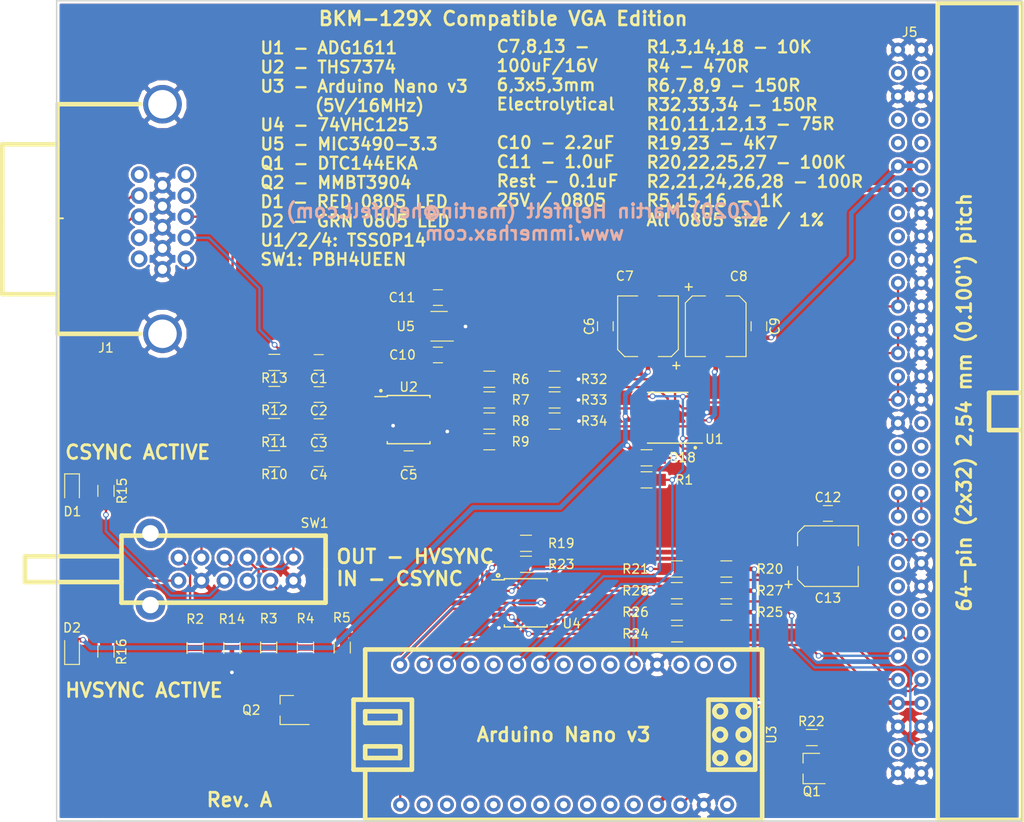
<source format=kicad_pcb>
(kicad_pcb (version 4) (host pcbnew 4.0.7-e2-6376~61~ubuntu18.04.1)
  (layers (0 F.Cu signal) (31 B.Cu signal) (34 B.Paste user) (35 F.Paste user) (36 B.SilkS user) (37 F.SilkS user) (38 B.Mask user) (39 F.Mask user) (44 Edge.Cuts user))
  (net 0 "")
  (net 1 "Net-(C1-Pad1)")
  (net 2 "Net-(C2-Pad1)")
  (net 3 "Net-(C3-Pad1)")
  (net 4 "Net-(C4-Pad1)")
  (net 5 +3V3)
  (net 6 GND)
  (net 7 VDD)
  (net 8 VSS)
  (net 9 /Y/G)
  (net 10 /P-B/B)
  (net 11 /P-R/R)
  (net 12 "Net-(J5-Pad20b)")
  (net 13 /EXT_SYNC)
  (net 14 /RESET)
  (net 15 /MISO)
  (net 16 /SCLK)
  (net 17 "Net-(J5-Pad20a)")
  (net 18 /MOSI)
  (net 19 /SLOT_ID)
  (net 20 /~MCU_RESET)
  (net 21 ~BX_OE)
  (net 22 "Net-(R6-Pad2)")
  (net 23 "Net-(R7-Pad2)")
  (net 24 "Net-(R8-Pad2)")
  (net 25 "Net-(R9-Pad2)")
  (net 26 ~EXT_SYNC_OE)
  (net 27 "Net-(R21-Pad1)")
  (net 28 +5VD)
  (net 29 "Net-(R23-Pad1)")
  (net 30 "Net-(R24-Pad1)")
  (net 31 "Net-(R26-Pad1)")
  (net 32 /MCU_SLOT_ID)
  (net 33 "Net-(U3-Pad13)")
  (net 34 "Net-(U3-Pad14)")
  (net 35 /MCU_SCK)
  (net 36 "Net-(R32-Pad1)")
  (net 37 "Net-(R33-Pad1)")
  (net 38 "Net-(R34-Pad1)")
  (net 39 "Net-(R9-Pad1)")
  (net 40 /VGA_G)
  (net 41 /VGA_B)
  (net 42 /VGA_R)
  (net 43 /CSYNC)
  (net 44 "Net-(Q2-Pad2)")
  (net 45 "Net-(Q2-Pad3)")
  (net 46 "Net-(Q2-Pad1)")
  (net 47 /COMB_V_SYNC)
  (net 48 /COMB_H_SYNC)
  (net 49 /COMB_CSYNC)
  (net 50 "Net-(R14-Pad2)")
  (net 51 /CSYNC_ACT)
  (net 52 /HV_SYNC_ACT)
  (net 53 "Net-(D1-Pad1)")
  (net 54 "Net-(D2-Pad1)")
  (net 55 /H_SYNC)
  (net 56 /V_SYNC)
  (module PBH4UEE:PBH4UEE (layer F.Cu) (at 140.54 123.72)
    (fp_text reference SW1 (at 8.56 -5.02) (layer F.SilkS))
    (fp_text value PBH4UEENAGX)
    (pad 9 thru_hole circle (at 1.25 -1.25) (size 1.7 1.7) (drill 0.9) (layers *.Cu *.Mask) (net 48 /COMB_H_SYNC))
    (pad 10 thru_hole circle (at -1.25 -1.25) (size 1.7 1.7) (drill 0.9) (layers *.Cu *.Mask) (net 50 "Net-(R14-Pad2)"))
    (pad 8 thru_hole circle (at 3.75 -1.25) (size 1.7 1.7) (drill 0.9) (layers *.Cu *.Mask) (net 55 /H_SYNC))
    (pad 2 thru_hole circle (at 3.75 1.25) (size 1.7 1.7) (drill 0.9) (layers *.Cu *.Mask) (net 49 /COMB_CSYNC))
    (pad 3 thru_hole circle (at 1.25 1.25) (size 1.7 1.7) (drill 0.9) (layers *.Cu *.Mask) (net 43 /CSYNC))
    (pad 1 thru_hole circle (at 6.25 1.25) (size 1.7 1.7) (drill 0.9) (layers *.Cu *.Mask) (net 6 GND))
    (pad 7 thru_hole circle (at 6.25 -1.25) (size 1.7 1.7) (drill 0.9) (layers *.Cu *.Mask) (net 43 /CSYNC))
    (pad 4 thru_hole circle (at -1.25 1.25) (size 1.7 1.7) (drill 0.9) (layers *.Cu *.Mask) (net 51 /CSYNC_ACT))
    (pad 5 thru_hole circle (at -3.75 1.25) (size 1.7 1.7) (drill 0.9) (layers *.Cu *.Mask) (net 6 GND))
    (pad 6 thru_hole circle (at -6.25 1.25) (size 1.7 1.7) (drill 0.9) (layers *.Cu *.Mask) (net 52 /HV_SYNC_ACT))
    (pad 12 thru_hole circle (at -6.25 -1.25) (size 1.7 1.7) (drill 0.9) (layers *.Cu *.Mask) (net 47 /COMB_V_SYNC))
    (pad 11 thru_hole circle (at -3.75 -1.25) (size 1.7 1.7) (drill 0.9) (layers *.Cu *.Mask) (net 56 /V_SYNC))
    (pad S thru_hole circle (at -9.3 -3.9) (size 3.2 3.2) (drill 1.8) (layers *.Cu *.Mask))
    (pad S thru_hole circle (at -9.3 3.9) (size 3.2 3.2) (drill 1.8) (layers *.Cu *.Mask))
  )
  (module Capacitors_SMD:C_0805_HandSoldering (layer F.Cu) (at 149.5425 101.219 180)
    (fp_text reference C1 (at 0 -1.75 180) (layer F.SilkS))
    (fp_text value 0.1uF)
    (pad 1 smd rect (at -1.25 0 180) (size 1.5 1.25) (layers F.Cu F.Paste F.Mask) (net 1 "Net-(C1-Pad1)"))
    (pad 2 smd rect (at 1.25 0 180) (size 1.5 1.25) (layers F.Cu F.Paste F.Mask) (net 40 /VGA_G))
  )
  (module Capacitors_SMD:C_0805_HandSoldering (layer F.Cu) (at 149.5425 104.7115 180)
    (fp_text reference C2 (at 0 -1.75 180) (layer F.SilkS))
    (fp_text value 0.1uF)
    (pad 1 smd rect (at -1.25 0 180) (size 1.5 1.25) (layers F.Cu F.Paste F.Mask) (net 2 "Net-(C2-Pad1)"))
    (pad 2 smd rect (at 1.25 0 180) (size 1.5 1.25) (layers F.Cu F.Paste F.Mask) (net 41 /VGA_B))
  )
  (module Capacitors_SMD:C_0805_HandSoldering (layer F.Cu) (at 149.5425 108.204 180)
    (fp_text reference C3 (at 0 -1.75 180) (layer F.SilkS))
    (fp_text value 0.1uF)
    (pad 1 smd rect (at -1.25 0 180) (size 1.5 1.25) (layers F.Cu F.Paste F.Mask) (net 3 "Net-(C3-Pad1)"))
    (pad 2 smd rect (at 1.25 0 180) (size 1.5 1.25) (layers F.Cu F.Paste F.Mask) (net 42 /VGA_R))
  )
  (module Capacitors_SMD:C_0805_HandSoldering (layer F.Cu) (at 149.5425 111.6965 180)
    (fp_text reference C4 (at 0 -1.75 180) (layer F.SilkS))
    (fp_text value 0.1uF)
    (pad 1 smd rect (at -1.25 0 180) (size 1.5 1.25) (layers F.Cu F.Paste F.Mask) (net 4 "Net-(C4-Pad1)"))
    (pad 2 smd rect (at 1.25 0 180) (size 1.5 1.25) (layers F.Cu F.Paste F.Mask) (net 43 /CSYNC))
  )
  (module Capacitors_SMD:C_0805_HandSoldering (layer F.Cu) (at 159.3215 111.6965 180)
    (fp_text reference C5 (at 0 -1.75 180) (layer F.SilkS))
    (fp_text value 0.1uF)
    (pad 1 smd rect (at -1.25 0 180) (size 1.5 1.25) (layers F.Cu F.Paste F.Mask) (net 5 +3V3))
    (pad 2 smd rect (at 1.25 0 180) (size 1.5 1.25) (layers F.Cu F.Paste F.Mask) (net 6 GND))
  )
  (module Capacitors_SMD:C_0805_HandSoldering (layer F.Cu) (at 180.721 97.282 90)
    (fp_text reference C6 (at 0 -1.75 90) (layer F.SilkS))
    (fp_text value 0.1uF)
    (pad 1 smd rect (at -1.25 0 90) (size 1.5 1.25) (layers F.Cu F.Paste F.Mask) (net 7 VDD))
    (pad 2 smd rect (at 1.25 0 90) (size 1.5 1.25) (layers F.Cu F.Paste F.Mask) (net 6 GND))
  )
  (module Capacitors_SMD:CP_Elec_6.3x5.3 (layer F.Cu) (at 185.3565 97.282 90)
    (fp_text reference C7 (at 5.461 -2.5273 180) (layer F.SilkS))
    (fp_text value 100uF)
    (fp_text user + (at -4.28 3.01 90) (layer F.SilkS))
    (pad 1 smd rect (at -2.7 0 270) (size 3.5 1.6) (layers F.Cu F.Paste F.Mask) (net 7 VDD))
    (pad 2 smd rect (at 2.7 0 270) (size 3.5 1.6) (layers F.Cu F.Paste F.Mask) (net 6 GND))
  )
  (module Capacitors_SMD:CP_Elec_6.3x5.3 (layer F.Cu) (at 192.7225 97.282 270)
    (fp_text reference C8 (at -5.4356 -2.5019 360) (layer F.SilkS))
    (fp_text value 100uF)
    (fp_text user + (at -4.28 3.01 270) (layer F.SilkS))
    (pad 1 smd rect (at -2.7 0 90) (size 3.5 1.6) (layers F.Cu F.Paste F.Mask) (net 6 GND))
    (pad 2 smd rect (at 2.7 0 90) (size 3.5 1.6) (layers F.Cu F.Paste F.Mask) (net 8 VSS))
  )
  (module Capacitors_SMD:C_0805_HandSoldering (layer F.Cu) (at 197.4215 97.282 90)
    (fp_text reference C9 (at 0 1.7399 90) (layer F.SilkS))
    (fp_text value 0.1uF)
    (pad 1 smd rect (at -1.25 0 90) (size 1.5 1.25) (layers F.Cu F.Paste F.Mask) (net 8 VSS))
    (pad 2 smd rect (at 1.25 0 90) (size 1.5 1.25) (layers F.Cu F.Paste F.Mask) (net 6 GND))
  )
  (module din-41612-64p-ra:DIN-41612-64P (layer F.Cu) (at 213.8172 106.553)
    (fp_text reference J5 (at 0 -41.275) (layer F.SilkS))
    (fp_text value Conn_02x32_Row_Letter_Last)
    (pad 1b thru_hole circle (at -1.27 -39.37) (size 1.524 1.524) (drill 0.762) (layers *.Cu *.Mask) (net 6 GND))
    (pad 2b thru_hole circle (at -1.27 -36.83) (size 1.524 1.524) (drill 0.762) (layers *.Cu *.Mask))
    (pad 3b thru_hole circle (at -1.27 -34.29) (size 1.524 1.524) (drill 0.762) (layers *.Cu *.Mask) (net 6 GND))
    (pad 4b thru_hole circle (at -1.27 -31.75) (size 1.524 1.524) (drill 0.762) (layers *.Cu *.Mask))
    (pad 5b thru_hole circle (at -1.27 -29.21) (size 1.524 1.524) (drill 0.762) (layers *.Cu *.Mask))
    (pad 6b thru_hole circle (at -1.27 -26.67) (size 1.524 1.524) (drill 0.762) (layers *.Cu *.Mask) (net 8 VSS))
    (pad 7b thru_hole circle (at -1.27 -24.13) (size 1.524 1.524) (drill 0.762) (layers *.Cu *.Mask) (net 7 VDD))
    (pad 8b thru_hole circle (at -1.27 -21.59) (size 1.524 1.524) (drill 0.762) (layers *.Cu *.Mask))
    (pad 9b thru_hole circle (at -1.27 -19.05) (size 1.524 1.524) (drill 0.762) (layers *.Cu *.Mask))
    (pad 10b thru_hole circle (at -1.27 -16.51) (size 1.524 1.524) (drill 0.762) (layers *.Cu *.Mask))
    (pad 11b thru_hole circle (at -1.27 -13.97) (size 1.524 1.524) (drill 0.762) (layers *.Cu *.Mask) (net 9 /Y/G))
    (pad 12b thru_hole circle (at -1.27 -11.43) (size 1.524 1.524) (drill 0.762) (layers *.Cu *.Mask) (net 9 /Y/G))
    (pad 13b thru_hole circle (at -1.27 -8.89) (size 1.524 1.524) (drill 0.762) (layers *.Cu *.Mask) (net 10 /P-B/B))
    (pad 14b thru_hole circle (at -1.27 -6.35) (size 1.524 1.524) (drill 0.762) (layers *.Cu *.Mask) (net 10 /P-B/B))
    (pad 15b thru_hole circle (at -1.27 -3.81) (size 1.524 1.524) (drill 0.762) (layers *.Cu *.Mask) (net 11 /P-R/R))
    (pad 16b thru_hole circle (at -1.27 -1.27) (size 1.524 1.524) (drill 0.762) (layers *.Cu *.Mask) (net 11 /P-R/R))
    (pad 17b thru_hole circle (at -1.27 1.27) (size 1.524 1.524) (drill 0.762) (layers *.Cu *.Mask) (net 6 GND))
    (pad 18b thru_hole circle (at -1.27 3.81) (size 1.524 1.524) (drill 0.762) (layers *.Cu *.Mask))
    (pad 19b thru_hole circle (at -1.27 6.35) (size 1.524 1.524) (drill 0.762) (layers *.Cu *.Mask))
    (pad 20b thru_hole circle (at -1.27 8.89) (size 1.524 1.524) (drill 0.762) (layers *.Cu *.Mask) (net 12 "Net-(J5-Pad20b)"))
    (pad 21b thru_hole circle (at -1.27 11.43) (size 1.524 1.524) (drill 0.762) (layers *.Cu *.Mask) (net 12 "Net-(J5-Pad20b)"))
    (pad 22b thru_hole circle (at -1.27 13.97) (size 1.524 1.524) (drill 0.762) (layers *.Cu *.Mask) (net 13 /EXT_SYNC))
    (pad 23b thru_hole circle (at -1.27 16.51) (size 1.524 1.524) (drill 0.762) (layers *.Cu *.Mask))
    (pad 24b thru_hole circle (at -1.27 19.05) (size 1.524 1.524) (drill 0.762) (layers *.Cu *.Mask))
    (pad 25b thru_hole circle (at -1.27 21.59) (size 1.524 1.524) (drill 0.762) (layers *.Cu *.Mask))
    (pad 26b thru_hole circle (at -1.27 24.13) (size 1.524 1.524) (drill 0.762) (layers *.Cu *.Mask) (net 14 /RESET))
    (pad 27b thru_hole circle (at -1.27 26.67) (size 1.524 1.524) (drill 0.762) (layers *.Cu *.Mask) (net 15 /MISO))
    (pad 28b thru_hole circle (at -1.27 29.21) (size 1.524 1.524) (drill 0.762) (layers *.Cu *.Mask) (net 16 /SCLK))
    (pad 29b thru_hole circle (at -1.27 31.75) (size 1.524 1.524) (drill 0.762) (layers *.Cu *.Mask) (net 28 +5VD))
    (pad 30b thru_hole circle (at -1.27 34.29) (size 1.524 1.524) (drill 0.762) (layers *.Cu *.Mask) (net 6 GND))
    (pad 31b thru_hole circle (at -1.27 36.83) (size 1.524 1.524) (drill 0.762) (layers *.Cu *.Mask))
    (pad 32b thru_hole circle (at -1.27 39.37) (size 1.524 1.524) (drill 0.762) (layers *.Cu *.Mask) (net 6 GND))
    (pad 1a thru_hole circle (at 1.27 -39.37) (size 1.524 1.524) (drill 0.762) (layers *.Cu *.Mask) (net 6 GND))
    (pad 2a thru_hole circle (at 1.27 -36.83) (size 1.524 1.524) (drill 0.762) (layers *.Cu *.Mask))
    (pad 3a thru_hole circle (at 1.27 -34.29) (size 1.524 1.524) (drill 0.762) (layers *.Cu *.Mask) (net 6 GND))
    (pad 4a thru_hole circle (at 1.27 -31.75) (size 1.524 1.524) (drill 0.762) (layers *.Cu *.Mask))
    (pad 5a thru_hole circle (at 1.27 -29.21) (size 1.524 1.524) (drill 0.762) (layers *.Cu *.Mask))
    (pad 6a thru_hole circle (at 1.27 -26.67) (size 1.524 1.524) (drill 0.762) (layers *.Cu *.Mask) (net 8 VSS))
    (pad 7a thru_hole circle (at 1.27 -24.13) (size 1.524 1.524) (drill 0.762) (layers *.Cu *.Mask) (net 7 VDD))
    (pad 8a thru_hole circle (at 1.27 -21.59) (size 1.524 1.524) (drill 0.762) (layers *.Cu *.Mask) (net 6 GND))
    (pad 9a thru_hole circle (at 1.27 -19.05) (size 1.524 1.524) (drill 0.762) (layers *.Cu *.Mask) (net 6 GND))
    (pad 10a thru_hole circle (at 1.27 -16.51) (size 1.524 1.524) (drill 0.762) (layers *.Cu *.Mask) (net 6 GND))
    (pad 11a thru_hole circle (at 1.27 -13.97) (size 1.524 1.524) (drill 0.762) (layers *.Cu *.Mask) (net 6 GND))
    (pad 12a thru_hole circle (at 1.27 -11.43) (size 1.524 1.524) (drill 0.762) (layers *.Cu *.Mask) (net 6 GND))
    (pad 13a thru_hole circle (at 1.27 -8.89) (size 1.524 1.524) (drill 0.762) (layers *.Cu *.Mask) (net 6 GND))
    (pad 14a thru_hole circle (at 1.27 -6.35) (size 1.524 1.524) (drill 0.762) (layers *.Cu *.Mask) (net 6 GND))
    (pad 15a thru_hole circle (at 1.27 -3.81) (size 1.524 1.524) (drill 0.762) (layers *.Cu *.Mask) (net 6 GND))
    (pad 16a thru_hole circle (at 1.27 -1.27) (size 1.524 1.524) (drill 0.762) (layers *.Cu *.Mask) (net 6 GND))
    (pad 17a thru_hole circle (at 1.27 1.27) (size 1.524 1.524) (drill 0.762) (layers *.Cu *.Mask))
    (pad 18a thru_hole circle (at 1.27 3.81) (size 1.524 1.524) (drill 0.762) (layers *.Cu *.Mask))
    (pad 19a thru_hole circle (at 1.27 6.35) (size 1.524 1.524) (drill 0.762) (layers *.Cu *.Mask))
    (pad 20a thru_hole circle (at 1.27 8.89) (size 1.524 1.524) (drill 0.762) (layers *.Cu *.Mask) (net 17 "Net-(J5-Pad20a)"))
    (pad 21a thru_hole circle (at 1.27 11.43) (size 1.524 1.524) (drill 0.762) (layers *.Cu *.Mask) (net 17 "Net-(J5-Pad20a)"))
    (pad 22a thru_hole circle (at 1.27 13.97) (size 1.524 1.524) (drill 0.762) (layers *.Cu *.Mask) (net 13 /EXT_SYNC))
    (pad 23a thru_hole circle (at 1.27 16.51) (size 1.524 1.524) (drill 0.762) (layers *.Cu *.Mask) (net 6 GND))
    (pad 24a thru_hole circle (at 1.27 19.05) (size 1.524 1.524) (drill 0.762) (layers *.Cu *.Mask) (net 6 GND))
    (pad 25a thru_hole circle (at 1.27 21.59) (size 1.524 1.524) (drill 0.762) (layers *.Cu *.Mask))
    (pad 26a thru_hole circle (at 1.27 24.13) (size 1.524 1.524) (drill 0.762) (layers *.Cu *.Mask))
    (pad 27a thru_hole circle (at 1.27 26.67) (size 1.524 1.524) (drill 0.762) (layers *.Cu *.Mask))
    (pad 28a thru_hole circle (at 1.27 29.21) (size 1.524 1.524) (drill 0.762) (layers *.Cu *.Mask) (net 18 /MOSI))
    (pad 29a thru_hole circle (at 1.27 31.75) (size 1.524 1.524) (drill 0.762) (layers *.Cu *.Mask) (net 28 +5VD))
    (pad 30a thru_hole circle (at 1.27 34.29) (size 1.524 1.524) (drill 0.762) (layers *.Cu *.Mask) (net 6 GND))
    (pad 31a thru_hole circle (at 1.27 36.83) (size 1.524 1.524) (drill 0.762) (layers *.Cu *.Mask) (net 19 /SLOT_ID))
    (pad 32a thru_hole circle (at 1.27 39.37) (size 1.524 1.524) (drill 0.762) (layers *.Cu *.Mask) (net 6 GND))
  )
  (module TO_SOT_Packages_SMD:SC-59_Handsoldering (layer F.Cu) (at 203.1746 145.415 180)
    (fp_text reference Q1 (at 0 -2.5 180) (layer F.SilkS))
    (fp_text value DTC144EKA)
    (pad 1 smd rect (at -1.65 -0.95 180) (size 1.8 0.8) (layers F.Cu F.Paste F.Mask) (net 6 GND))
    (pad 2 smd rect (at -1.65 0.95 180) (size 1.8 0.8) (layers F.Cu F.Paste F.Mask) (net 14 /RESET))
    (pad 3 smd rect (at 1.65 0 180) (size 1.8 0.8) (layers F.Cu F.Paste F.Mask) (net 20 /~MCU_RESET))
  )
  (module Resistors_SMD:R_0805_HandSoldering (layer F.Cu) (at 185.2 114 180)
    (fp_text reference R1 (at -4.1 0 180) (layer F.SilkS))
    (fp_text value 10K)
    (pad 1 smd rect (at -1.35 0 180) (size 1.5 1.3) (layers F.Cu F.Paste F.Mask) (net 21 ~BX_OE))
    (pad 2 smd rect (at 1.35 0 180) (size 1.5 1.3) (layers F.Cu F.Paste F.Mask) (net 7 VDD))
  )
  (module Resistors_SMD:R_0805_HandSoldering (layer F.Cu) (at 168.0972 103.0478 180)
    (fp_text reference R6 (at -3.4028 -0.0022 180) (layer F.SilkS))
    (fp_text value 150R)
    (pad 1 smd rect (at -1.35 0 180) (size 1.5 1.3) (layers F.Cu F.Paste F.Mask) (net 36 "Net-(R32-Pad1)"))
    (pad 2 smd rect (at 1.35 0 180) (size 1.5 1.3) (layers F.Cu F.Paste F.Mask) (net 22 "Net-(R6-Pad2)"))
  )
  (module Resistors_SMD:R_0805_HandSoldering (layer F.Cu) (at 168.1 105.3 180)
    (fp_text reference R7 (at -3.4028 0.0084 180) (layer F.SilkS))
    (fp_text value 150R)
    (pad 1 smd rect (at -1.35 0 180) (size 1.5 1.3) (layers F.Cu F.Paste F.Mask) (net 37 "Net-(R33-Pad1)"))
    (pad 2 smd rect (at 1.35 0 180) (size 1.5 1.3) (layers F.Cu F.Paste F.Mask) (net 23 "Net-(R7-Pad2)"))
  )
  (module Resistors_SMD:R_0805_HandSoldering (layer F.Cu) (at 168.1 107.6 180)
    (fp_text reference R8 (at -3.4 0 180) (layer F.SilkS))
    (fp_text value 150R)
    (pad 1 smd rect (at -1.35 0 180) (size 1.5 1.3) (layers F.Cu F.Paste F.Mask) (net 38 "Net-(R34-Pad1)"))
    (pad 2 smd rect (at 1.35 0 180) (size 1.5 1.3) (layers F.Cu F.Paste F.Mask) (net 24 "Net-(R8-Pad2)"))
  )
  (module Resistors_SMD:R_0805_HandSoldering (layer F.Cu) (at 168.1 109.85 180)
    (fp_text reference R9 (at -3.4 0 180) (layer F.SilkS))
    (fp_text value 0R)
    (pad 1 smd rect (at -1.35 0 180) (size 1.5 1.3) (layers F.Cu F.Paste F.Mask) (net 39 "Net-(R9-Pad1)"))
    (pad 2 smd rect (at 1.35 0 180) (size 1.5 1.3) (layers F.Cu F.Paste F.Mask) (net 25 "Net-(R9-Pad2)"))
  )
  (module Resistors_SMD:R_0805_HandSoldering (layer F.Cu) (at 144.7165 111.6965 180)
    (fp_text reference R10 (at 0 -1.7 180) (layer F.SilkS))
    (fp_text value 75R)
    (pad 1 smd rect (at -1.35 0 180) (size 1.5 1.3) (layers F.Cu F.Paste F.Mask) (net 43 /CSYNC))
    (pad 2 smd rect (at 1.35 0 180) (size 1.5 1.3) (layers F.Cu F.Paste F.Mask) (net 6 GND))
  )
  (module Resistors_SMD:R_0805_HandSoldering (layer F.Cu) (at 144.7165 108.204 180)
    (fp_text reference R11 (at 0 -1.7 180) (layer F.SilkS))
    (fp_text value 75R)
    (pad 1 smd rect (at -1.35 0 180) (size 1.5 1.3) (layers F.Cu F.Paste F.Mask) (net 42 /VGA_R))
    (pad 2 smd rect (at 1.35 0 180) (size 1.5 1.3) (layers F.Cu F.Paste F.Mask) (net 6 GND))
  )
  (module Resistors_SMD:R_0805_HandSoldering (layer F.Cu) (at 144.7165 104.7115 180)
    (fp_text reference R12 (at 0 -1.7 180) (layer F.SilkS))
    (fp_text value 75R)
    (pad 1 smd rect (at -1.35 0 180) (size 1.5 1.3) (layers F.Cu F.Paste F.Mask) (net 41 /VGA_B))
    (pad 2 smd rect (at 1.35 0 180) (size 1.5 1.3) (layers F.Cu F.Paste F.Mask) (net 6 GND))
  )
  (module Resistors_SMD:R_0805_HandSoldering (layer F.Cu) (at 144.7165 101.219 180)
    (fp_text reference R13 (at 0 -1.7 180) (layer F.SilkS))
    (fp_text value 75R)
    (pad 1 smd rect (at -1.35 0 180) (size 1.5 1.3) (layers F.Cu F.Paste F.Mask) (net 40 /VGA_G))
    (pad 2 smd rect (at 1.35 0 180) (size 1.5 1.3) (layers F.Cu F.Paste F.Mask) (net 6 GND))
  )
  (module Resistors_SMD:R_0805_HandSoldering (layer F.Cu) (at 185.2 111.6)
    (fp_text reference R18 (at 3.9116 -0.0254) (layer F.SilkS))
    (fp_text value 10K)
    (pad 1 smd rect (at -1.35 0) (size 1.5 1.3) (layers F.Cu F.Paste F.Mask) (net 7 VDD))
    (pad 2 smd rect (at 1.35 0) (size 1.5 1.3) (layers F.Cu F.Paste F.Mask) (net 26 ~EXT_SYNC_OE))
  )
  (module Resistors_SMD:R_0805_HandSoldering (layer F.Cu) (at 193.8782 123.698)
    (fp_text reference R20 (at 4.7498 0) (layer F.SilkS))
    (fp_text value 100K)
    (pad 1 smd rect (at -1.35 0) (size 1.5 1.3) (layers F.Cu F.Paste F.Mask) (net 16 /SCLK))
    (pad 2 smd rect (at 1.35 0) (size 1.5 1.3) (layers F.Cu F.Paste F.Mask) (net 28 +5VD))
  )
  (module Resistors_SMD:R_0805_HandSoldering (layer F.Cu) (at 188.4934 123.698)
    (fp_text reference R21 (at -4.4958 0) (layer F.SilkS))
    (fp_text value 100R)
    (pad 1 smd rect (at -1.35 0) (size 1.5 1.3) (layers F.Cu F.Paste F.Mask) (net 27 "Net-(R21-Pad1)"))
    (pad 2 smd rect (at 1.35 0) (size 1.5 1.3) (layers F.Cu F.Paste F.Mask) (net 16 /SCLK))
  )
  (module Resistors_SMD:R_0805_HandSoldering (layer F.Cu) (at 203.1746 142.0495 180)
    (fp_text reference R22 (at 0.0508 1.7653 180) (layer F.SilkS))
    (fp_text value 100K)
    (pad 1 smd rect (at -1.35 0 180) (size 1.5 1.3) (layers F.Cu F.Paste F.Mask) (net 28 +5VD))
    (pad 2 smd rect (at 1.35 0 180) (size 1.5 1.3) (layers F.Cu F.Paste F.Mask) (net 20 /~MCU_RESET))
  )
  (module Resistors_SMD:R_0805_HandSoldering (layer F.Cu) (at 172.085 123.19)
    (fp_text reference R23 (at 3.8354 0) (layer F.SilkS))
    (fp_text value 4K7)
    (pad 1 smd rect (at -1.35 0) (size 1.5 1.3) (layers F.Cu F.Paste F.Mask) (net 29 "Net-(R23-Pad1)"))
    (pad 2 smd rect (at 1.35 0) (size 1.5 1.3) (layers F.Cu F.Paste F.Mask) (net 28 +5VD))
  )
  (module Resistors_SMD:R_0805_HandSoldering (layer F.Cu) (at 188.5188 130.7592)
    (fp_text reference R24 (at -4.5212 0) (layer F.SilkS))
    (fp_text value 100R)
    (pad 1 smd rect (at -1.35 0) (size 1.5 1.3) (layers F.Cu F.Paste F.Mask) (net 30 "Net-(R24-Pad1)"))
    (pad 2 smd rect (at 1.35 0) (size 1.5 1.3) (layers F.Cu F.Paste F.Mask) (net 15 /MISO))
  )
  (module Resistors_SMD:R_0805_HandSoldering (layer F.Cu) (at 193.8782 128.397)
    (fp_text reference R25 (at 4.7498 0) (layer F.SilkS))
    (fp_text value 100K)
    (pad 1 smd rect (at -1.35 0) (size 1.5 1.3) (layers F.Cu F.Paste F.Mask) (net 18 /MOSI))
    (pad 2 smd rect (at 1.35 0) (size 1.5 1.3) (layers F.Cu F.Paste F.Mask) (net 28 +5VD))
  )
  (module Resistors_SMD:R_0805_HandSoldering (layer F.Cu) (at 188.4934 128.397)
    (fp_text reference R26 (at -4.4958 0) (layer F.SilkS))
    (fp_text value 100R)
    (pad 1 smd rect (at -1.35 0) (size 1.5 1.3) (layers F.Cu F.Paste F.Mask) (net 31 "Net-(R26-Pad1)"))
    (pad 2 smd rect (at 1.35 0) (size 1.5 1.3) (layers F.Cu F.Paste F.Mask) (net 18 /MOSI))
  )
  (module Resistors_SMD:R_0805_HandSoldering (layer F.Cu) (at 193.8782 126.0602)
    (fp_text reference R27 (at 4.7498 0) (layer F.SilkS))
    (fp_text value 100K)
    (pad 1 smd rect (at -1.35 0) (size 1.5 1.3) (layers F.Cu F.Paste F.Mask) (net 19 /SLOT_ID))
    (pad 2 smd rect (at 1.35 0) (size 1.5 1.3) (layers F.Cu F.Paste F.Mask) (net 28 +5VD))
  )
  (module Resistors_SMD:R_0805_HandSoldering (layer F.Cu) (at 188.4934 126.0602)
    (fp_text reference R28 (at -4.4958 0) (layer F.SilkS))
    (fp_text value 100R)
    (pad 1 smd rect (at -1.35 0) (size 1.5 1.3) (layers F.Cu F.Paste F.Mask) (net 32 /MCU_SLOT_ID))
    (pad 2 smd rect (at 1.35 0) (size 1.5 1.3) (layers F.Cu F.Paste F.Mask) (net 19 /SLOT_ID))
  )
  (module Housings_SSOP:TSSOP-16_4.4x5mm_Pitch0.65mm (layer F.Cu) (at 187.5 107.2 180)
    (fp_text reference U1 (at -5.07238 -2.36474 180) (layer F.SilkS))
    (fp_text value ADG1611)
    (pad 1 smd rect (at -2.95 -2.275 180) (size 1.5 0.45) (layers F.Cu F.Paste F.Mask) (net 21 ~BX_OE))
    (pad 2 smd rect (at -2.95 -1.625 180) (size 1.5 0.45) (layers F.Cu F.Paste F.Mask) (net 10 /P-B/B))
    (pad 3 smd rect (at -2.95 -0.975 180) (size 1.5 0.45) (layers F.Cu F.Paste F.Mask) (net 37 "Net-(R33-Pad1)"))
    (pad 4 smd rect (at -2.95 -0.325 180) (size 1.5 0.45) (layers F.Cu F.Paste F.Mask) (net 8 VSS))
    (pad 5 smd rect (at -2.95 0.325 180) (size 1.5 0.45) (layers F.Cu F.Paste F.Mask) (net 6 GND))
    (pad 6 smd rect (at -2.95 0.975 180) (size 1.5 0.45) (layers F.Cu F.Paste F.Mask) (net 36 "Net-(R32-Pad1)"))
    (pad 7 smd rect (at -2.95 1.625 180) (size 1.5 0.45) (layers F.Cu F.Paste F.Mask) (net 9 /Y/G))
    (pad 8 smd rect (at -2.95 2.275 180) (size 1.5 0.45) (layers F.Cu F.Paste F.Mask) (net 21 ~BX_OE))
    (pad 9 smd rect (at 2.95 2.275 180) (size 1.5 0.45) (layers F.Cu F.Paste F.Mask) (net 21 ~BX_OE))
    (pad 10 smd rect (at 2.95 1.625 180) (size 1.5 0.45) (layers F.Cu F.Paste F.Mask) (net 11 /P-R/R))
    (pad 11 smd rect (at 2.95 0.975 180) (size 1.5 0.45) (layers F.Cu F.Paste F.Mask) (net 38 "Net-(R34-Pad1)"))
    (pad 12 smd rect (at 2.95 0.325 180) (size 1.5 0.45) (layers F.Cu F.Paste F.Mask))
    (pad 13 smd rect (at 2.95 -0.325 180) (size 1.5 0.45) (layers F.Cu F.Paste F.Mask) (net 7 VDD))
    (pad 14 smd rect (at 2.95 -0.975 180) (size 1.5 0.45) (layers F.Cu F.Paste F.Mask) (net 39 "Net-(R9-Pad1)"))
    (pad 15 smd rect (at 2.95 -1.625 180) (size 1.5 0.45) (layers F.Cu F.Paste F.Mask) (net 13 /EXT_SYNC))
    (pad 16 smd rect (at 2.95 -2.275 180) (size 1.5 0.45) (layers F.Cu F.Paste F.Mask) (net 26 ~EXT_SYNC_OE))
  )
  (module arduino-nano-v3:arduino-nano-v3 (layer F.Cu) (at 176.1871 141.732 270)
    (fp_text reference U3 (at 0 -22.606 270) (layer F.SilkS))
    (fp_text value arduino-nano-v3)
    (fp_text user "Arduino Nano v3" (at 0 0 360) (layer F.SilkS) (effects (font (size 1.5 1.5) (thickness 0.3))))
    (pad 1 thru_hole circle (at -7.62 -17.78 270) (size 1.524 1.524) (drill 0.762) (layers *.Cu *.Mask))
    (pad 2 thru_hole circle (at -7.62 -15.24 270) (size 1.524 1.524) (drill 0.762) (layers *.Cu *.Mask))
    (pad 3 thru_hole circle (at -7.62 -12.7 270) (size 1.524 1.524) (drill 0.762) (layers *.Cu *.Mask))
    (pad 4 thru_hole circle (at -7.62 -10.16 270) (size 1.524 1.524) (drill 0.762) (layers *.Cu *.Mask) (net 6 GND))
    (pad 5 thru_hole circle (at -7.62 -7.62 270) (size 1.524 1.524) (drill 0.762) (layers *.Cu *.Mask) (net 32 /MCU_SLOT_ID))
    (pad 6 thru_hole circle (at -7.62 -5.08 270) (size 1.524 1.524) (drill 0.762) (layers *.Cu *.Mask))
    (pad 7 thru_hole circle (at -7.62 -2.54 270) (size 1.524 1.524) (drill 0.762) (layers *.Cu *.Mask))
    (pad 8 thru_hole circle (at -7.62 0 270) (size 1.524 1.524) (drill 0.762) (layers *.Cu *.Mask))
    (pad 9 thru_hole circle (at -7.62 2.54 270) (size 1.524 1.524) (drill 0.762) (layers *.Cu *.Mask) (net 21 ~BX_OE))
    (pad 10 thru_hole circle (at -7.62 5.08 270) (size 1.524 1.524) (drill 0.762) (layers *.Cu *.Mask) (net 26 ~EXT_SYNC_OE))
    (pad 11 thru_hole circle (at -7.62 7.62 270) (size 1.524 1.524) (drill 0.762) (layers *.Cu *.Mask))
    (pad 12 thru_hole circle (at -7.62 10.16 270) (size 1.524 1.524) (drill 0.762) (layers *.Cu *.Mask))
    (pad 13 thru_hole circle (at -7.62 12.7 270) (size 1.524 1.524) (drill 0.762) (layers *.Cu *.Mask) (net 33 "Net-(U3-Pad13)"))
    (pad 14 thru_hole circle (at -7.62 15.24 270) (size 1.524 1.524) (drill 0.762) (layers *.Cu *.Mask) (net 34 "Net-(U3-Pad14)"))
    (pad 15 thru_hole circle (at -7.62 17.78 270) (size 1.524 1.524) (drill 0.762) (layers *.Cu *.Mask) (net 29 "Net-(R23-Pad1)"))
    (pad 16 thru_hole circle (at 7.62 17.78 270) (size 1.524 1.524) (drill 0.762) (layers *.Cu *.Mask) (net 35 /MCU_SCK))
    (pad 17 thru_hole circle (at 7.62 15.24 270) (size 1.524 1.524) (drill 0.762) (layers *.Cu *.Mask))
    (pad 18 thru_hole circle (at 7.62 12.7 270) (size 1.524 1.524) (drill 0.762) (layers *.Cu *.Mask))
    (pad 19 thru_hole circle (at 7.62 10.16 270) (size 1.524 1.524) (drill 0.762) (layers *.Cu *.Mask))
    (pad 20 thru_hole circle (at 7.62 7.62 270) (size 1.524 1.524) (drill 0.762) (layers *.Cu *.Mask))
    (pad 21 thru_hole circle (at 7.62 5.08 270) (size 1.524 1.524) (drill 0.762) (layers *.Cu *.Mask))
    (pad 22 thru_hole circle (at 7.62 2.54 270) (size 1.524 1.524) (drill 0.762) (layers *.Cu *.Mask))
    (pad 23 thru_hole circle (at 7.62 0 270) (size 1.524 1.524) (drill 0.762) (layers *.Cu *.Mask))
    (pad 24 thru_hole circle (at 7.62 -2.54 270) (size 1.524 1.524) (drill 0.762) (layers *.Cu *.Mask))
    (pad 25 thru_hole circle (at 7.62 -5.08 270) (size 1.524 1.524) (drill 0.762) (layers *.Cu *.Mask))
    (pad 26 thru_hole circle (at 7.62 -7.62 270) (size 1.524 1.524) (drill 0.762) (layers *.Cu *.Mask))
    (pad 27 thru_hole circle (at 7.62 -10.16 270) (size 1.524 1.524) (drill 0.762) (layers *.Cu *.Mask) (net 28 +5VD))
    (pad 28 thru_hole circle (at 7.62 -12.7 270) (size 1.524 1.524) (drill 0.762) (layers *.Cu *.Mask) (net 20 /~MCU_RESET))
    (pad 29 thru_hole circle (at 7.62 -15.24 270) (size 1.524 1.524) (drill 0.762) (layers *.Cu *.Mask) (net 6 GND))
    (pad 30 thru_hole circle (at 7.62 -17.78 270) (size 1.524 1.524) (drill 0.762) (layers *.Cu *.Mask))
  )
  (module Housings_SSOP:TSSOP-14_4.4x5mm_Pitch0.65mm (layer F.Cu) (at 159.3215 107.442)
    (fp_text reference U2 (at 0 -3.55) (layer F.SilkS))
    (fp_text value THS7374)
    (pad 1 smd rect (at -2.95 -1.95) (size 1.45 0.45) (layers F.Cu F.Paste F.Mask) (net 1 "Net-(C1-Pad1)"))
    (pad 2 smd rect (at -2.95 -1.3) (size 1.45 0.45) (layers F.Cu F.Paste F.Mask) (net 2 "Net-(C2-Pad1)"))
    (pad 3 smd rect (at -2.95 -0.65) (size 1.45 0.45) (layers F.Cu F.Paste F.Mask) (net 3 "Net-(C3-Pad1)"))
    (pad 4 smd rect (at -2.95 0) (size 1.45 0.45) (layers F.Cu F.Paste F.Mask) (net 4 "Net-(C4-Pad1)"))
    (pad 5 smd rect (at -2.95 0.65) (size 1.45 0.45) (layers F.Cu F.Paste F.Mask) (net 6 GND))
    (pad 6 smd rect (at -2.95 1.3) (size 1.45 0.45) (layers F.Cu F.Paste F.Mask) (net 6 GND))
    (pad 7 smd rect (at -2.95 1.95) (size 1.45 0.45) (layers F.Cu F.Paste F.Mask))
    (pad 8 smd rect (at 2.95 1.95) (size 1.45 0.45) (layers F.Cu F.Paste F.Mask))
    (pad 9 smd rect (at 2.95 1.3) (size 1.45 0.45) (layers F.Cu F.Paste F.Mask) (net 6 GND))
    (pad 10 smd rect (at 2.95 0.65) (size 1.45 0.45) (layers F.Cu F.Paste F.Mask) (net 5 +3V3))
    (pad 11 smd rect (at 2.95 0) (size 1.45 0.45) (layers F.Cu F.Paste F.Mask) (net 25 "Net-(R9-Pad2)"))
    (pad 12 smd rect (at 2.95 -0.65) (size 1.45 0.45) (layers F.Cu F.Paste F.Mask) (net 24 "Net-(R8-Pad2)"))
    (pad 13 smd rect (at 2.95 -1.3) (size 1.45 0.45) (layers F.Cu F.Paste F.Mask) (net 23 "Net-(R7-Pad2)"))
    (pad 14 smd rect (at 2.95 -1.95) (size 1.45 0.45) (layers F.Cu F.Paste F.Mask) (net 22 "Net-(R6-Pad2)"))
  )
  (module Housings_SSOP:TSSOP-14_4.4x5mm_Pitch0.65mm (layer F.Cu) (at 172.0596 127.381)
    (fp_text reference U4 (at 5.0038 2.2606) (layer F.SilkS))
    (fp_text value 74LVC125)
    (pad 1 smd rect (at -2.95 -1.95) (size 1.45 0.45) (layers F.Cu F.Paste F.Mask) (net 33 "Net-(U3-Pad13)"))
    (pad 2 smd rect (at -2.95 -1.3) (size 1.45 0.45) (layers F.Cu F.Paste F.Mask) (net 27 "Net-(R21-Pad1)"))
    (pad 3 smd rect (at -2.95 -0.65) (size 1.45 0.45) (layers F.Cu F.Paste F.Mask) (net 35 /MCU_SCK))
    (pad 4 smd rect (at -2.95 0) (size 1.45 0.45) (layers F.Cu F.Paste F.Mask) (net 33 "Net-(U3-Pad13)"))
    (pad 5 smd rect (at -2.95 0.65) (size 1.45 0.45) (layers F.Cu F.Paste F.Mask) (net 29 "Net-(R23-Pad1)"))
    (pad 6 smd rect (at -2.95 1.3) (size 1.45 0.45) (layers F.Cu F.Paste F.Mask) (net 30 "Net-(R24-Pad1)"))
    (pad 7 smd rect (at -2.95 1.95) (size 1.45 0.45) (layers F.Cu F.Paste F.Mask) (net 6 GND))
    (pad 8 smd rect (at 2.95 1.95) (size 1.45 0.45) (layers F.Cu F.Paste F.Mask) (net 34 "Net-(U3-Pad14)"))
    (pad 9 smd rect (at 2.95 1.3) (size 1.45 0.45) (layers F.Cu F.Paste F.Mask) (net 31 "Net-(R26-Pad1)"))
    (pad 10 smd rect (at 2.95 0.65) (size 1.45 0.45) (layers F.Cu F.Paste F.Mask) (net 33 "Net-(U3-Pad13)"))
    (pad 11 smd rect (at 2.95 0) (size 1.45 0.45) (layers F.Cu F.Paste F.Mask) (net 33 "Net-(U3-Pad13)"))
    (pad 12 smd rect (at 2.95 -0.65) (size 1.45 0.45) (layers F.Cu F.Paste F.Mask) (net 32 /MCU_SLOT_ID))
    (pad 13 smd rect (at 2.95 -1.3) (size 1.45 0.45) (layers F.Cu F.Paste F.Mask) (net 6 GND))
    (pad 14 smd rect (at 2.95 -1.95) (size 1.45 0.45) (layers F.Cu F.Paste F.Mask) (net 28 +5VD))
  )
  (module Capacitors_SMD:C_0805_HandSoldering (layer F.Cu) (at 162.5092 100.4062)
    (fp_text reference C10 (at -3.8592 -0.0062) (layer F.SilkS))
    (fp_text value 2.2uF)
    (pad 1 smd rect (at -1.25 0) (size 1.5 1.25) (layers F.Cu F.Paste F.Mask) (net 5 +3V3))
    (pad 2 smd rect (at 1.25 0) (size 1.5 1.25) (layers F.Cu F.Paste F.Mask) (net 6 GND))
  )
  (module Capacitors_SMD:C_0805_HandSoldering (layer F.Cu) (at 162.5092 94.1578 180)
    (fp_text reference C11 (at 3.9092 0.0078 180) (layer F.SilkS))
    (fp_text value 1uF)
    (pad 1 smd rect (at -1.25 0 180) (size 1.5 1.25) (layers F.Cu F.Paste F.Mask) (net 6 GND))
    (pad 2 smd rect (at 1.25 0 180) (size 1.5 1.25) (layers F.Cu F.Paste F.Mask) (net 7 VDD))
  )
  (module TO_SOT_Packages_SMD:SOT-23-5_HandSoldering (layer F.Cu) (at 162.6362 97.282 180)
    (fp_text reference U5 (at 3.6362 -0.018 360) (layer F.SilkS))
    (fp_text value MIC3490-3.3)
    (pad 1 smd rect (at -1.35 -0.95 180) (size 1.56 0.65) (layers F.Cu F.Paste F.Mask))
    (pad 2 smd rect (at -1.35 0 180) (size 1.56 0.65) (layers F.Cu F.Paste F.Mask) (net 6 GND))
    (pad 3 smd rect (at -1.35 0.95 180) (size 1.56 0.65) (layers F.Cu F.Paste F.Mask) (net 7 VDD))
    (pad 4 smd rect (at 1.35 0.95 180) (size 1.56 0.65) (layers F.Cu F.Paste F.Mask) (net 7 VDD))
    (pad 5 smd rect (at 1.35 -0.95 180) (size 1.56 0.65) (layers F.Cu F.Paste F.Mask) (net 5 +3V3))
  )
  (module Capacitors_SMD:C_0805_HandSoldering (layer F.Cu) (at 204.9272 117.6528)
    (fp_text reference C12 (at 0 -1.75) (layer F.SilkS))
    (fp_text value 0.1uF)
    (pad 1 smd rect (at -1.25 0) (size 1.5 1.25) (layers F.Cu F.Paste F.Mask) (net 28 +5VD))
    (pad 2 smd rect (at 1.25 0) (size 1.5 1.25) (layers F.Cu F.Paste F.Mask) (net 6 GND))
  )
  (module Capacitors_SMD:CP_Elec_6.3x5.3 (layer F.Cu) (at 204.9272 122.301)
    (fp_text reference C13 (at 0 4.56) (layer F.SilkS))
    (fp_text value 100uF)
    (fp_text user + (at -4.28 3.01) (layer F.SilkS))
    (pad 1 smd rect (at -2.7 0 180) (size 3.5 1.6) (layers F.Cu F.Paste F.Mask) (net 28 +5VD))
    (pad 2 smd rect (at 2.7 0 180) (size 3.5 1.6) (layers F.Cu F.Paste F.Mask) (net 6 GND))
  )
  (module Resistors_SMD:R_0805_HandSoldering (layer F.Cu) (at 172.085 120.904)
    (fp_text reference R19 (at 3.8354 0) (layer F.SilkS))
    (fp_text value 4K7)
    (pad 1 smd rect (at -1.35 0) (size 1.5 1.3) (layers F.Cu F.Paste F.Mask) (net 35 /MCU_SCK))
    (pad 2 smd rect (at 1.35 0) (size 1.5 1.3) (layers F.Cu F.Paste F.Mask) (net 28 +5VD))
  )
  (module Resistors_SMD:R_0805_HandSoldering (layer F.Cu) (at 175.2 103.05)
    (fp_text reference R32 (at 4.3 0) (layer F.SilkS))
    (fp_text value 150R)
    (pad 1 smd rect (at -1.35 0) (size 1.5 1.3) (layers F.Cu F.Paste F.Mask) (net 36 "Net-(R32-Pad1)"))
    (pad 2 smd rect (at 1.35 0) (size 1.5 1.3) (layers F.Cu F.Paste F.Mask) (net 6 GND))
  )
  (module Resistors_SMD:R_0805_HandSoldering (layer F.Cu) (at 175.2 105.3)
    (fp_text reference R33 (at 4.3 0) (layer F.SilkS))
    (fp_text value 150R)
    (pad 1 smd rect (at -1.35 0) (size 1.5 1.3) (layers F.Cu F.Paste F.Mask) (net 37 "Net-(R33-Pad1)"))
    (pad 2 smd rect (at 1.35 0) (size 1.5 1.3) (layers F.Cu F.Paste F.Mask) (net 6 GND))
  )
  (module Resistors_SMD:R_0805_HandSoldering (layer F.Cu) (at 175.2 107.6)
    (fp_text reference R34 (at 4.3 0) (layer F.SilkS))
    (fp_text value 150R)
    (pad 1 smd rect (at -1.35 0) (size 1.5 1.3) (layers F.Cu F.Paste F.Mask) (net 38 "Net-(R34-Pad1)"))
    (pad 2 smd rect (at 1.35 0) (size 1.5 1.3) (layers F.Cu F.Paste F.Mask) (net 6 GND))
  )
  (module Resistors_SMD:R_0805_HandSoldering (layer F.Cu) (at 136.1 132.3 90)
    (fp_text reference R2 (at 3.15 0 180) (layer F.SilkS))
    (fp_text value 100R)
    (pad 1 smd rect (at -1.35 0 90) (size 1.5 1.3) (layers F.Cu F.Paste F.Mask) (net 45 "Net-(Q2-Pad3)"))
    (pad 2 smd rect (at 1.35 0 90) (size 1.5 1.3) (layers F.Cu F.Paste F.Mask) (net 47 /COMB_V_SYNC))
  )
  (module Resistors_SMD:R_0805_HandSoldering (layer F.Cu) (at 144.1 132.25 90)
    (fp_text reference R3 (at 3.15 0 180) (layer F.SilkS))
    (fp_text value 10K)
    (pad 1 smd rect (at -1.35 0 90) (size 1.5 1.3) (layers F.Cu F.Paste F.Mask) (net 46 "Net-(Q2-Pad1)"))
    (pad 2 smd rect (at 1.35 0 90) (size 1.5 1.3) (layers F.Cu F.Paste F.Mask) (net 48 /COMB_H_SYNC))
  )
  (module Resistors_SMD:R_0805_HandSoldering (layer F.Cu) (at 148.1 132.25 270)
    (fp_text reference R4 (at -3.15 0 360) (layer F.SilkS))
    (fp_text value 470R)
    (pad 1 smd rect (at -1.35 0 270) (size 1.5 1.3) (layers F.Cu F.Paste F.Mask) (net 49 /COMB_CSYNC))
    (pad 2 smd rect (at 1.35 0 270) (size 1.5 1.3) (layers F.Cu F.Paste F.Mask) (net 44 "Net-(Q2-Pad2)"))
  )
  (module Resistors_SMD:R_0805_HandSoldering (layer F.Cu) (at 152.1 132.25 270)
    (fp_text reference R5 (at -3.25 0.05 360) (layer F.SilkS))
    (fp_text value 1K)
    (pad 1 smd rect (at -1.35 0 270) (size 1.5 1.3) (layers F.Cu F.Paste F.Mask) (net 6 GND))
    (pad 2 smd rect (at 1.35 0 270) (size 1.5 1.3) (layers F.Cu F.Paste F.Mask) (net 44 "Net-(Q2-Pad2)"))
  )
  (module TO_SOT_Packages_SMD:SOT-23_Handsoldering (layer F.Cu) (at 146.1 139.05 180)
    (fp_text reference Q2 (at 3.89 0 180) (layer F.SilkS))
    (fp_text value MMBT3904)
    (pad 1 smd rect (at -1.5 -0.95 180) (size 1.9 0.8) (layers F.Cu F.Paste F.Mask) (net 46 "Net-(Q2-Pad1)"))
    (pad 2 smd rect (at -1.5 0.95 180) (size 1.9 0.8) (layers F.Cu F.Paste F.Mask) (net 44 "Net-(Q2-Pad2)"))
    (pad 3 smd rect (at 1.5 0 180) (size 1.9 0.8) (layers F.Cu F.Paste F.Mask) (net 45 "Net-(Q2-Pad3)"))
  )
  (module Resistors_SMD:R_0805_HandSoldering (layer F.Cu) (at 140.1 132.3 90)
    (fp_text reference R14 (at 3.15 0 360) (layer F.SilkS))
    (fp_text value 10K)
    (pad 1 smd rect (at -1.35 0 90) (size 1.5 1.3) (layers F.Cu F.Paste F.Mask) (net 6 GND))
    (pad 2 smd rect (at 1.35 0 90) (size 1.5 1.3) (layers F.Cu F.Paste F.Mask) (net 50 "Net-(R14-Pad2)"))
  )
  (module Diodes_SMD:D_0805 (layer F.Cu) (at 122.71 114.95 270)
    (fp_text reference D1 (at 2.5 -0.04 360) (layer F.SilkS))
    (fp_text value RED_LED)
    (pad 1 smd rect (at -1.05 0 270) (size 0.8 0.9) (layers F.Cu F.Paste F.Mask) (net 53 "Net-(D1-Pad1)"))
    (pad 2 smd rect (at 1.05 0 270) (size 0.8 0.9) (layers F.Cu F.Paste F.Mask) (net 7 VDD))
  )
  (module Diodes_SMD:D_0805 (layer F.Cu) (at 122.71 132.49 90)
    (fp_text reference D2 (at 2.39 -0.01 180) (layer F.SilkS))
    (fp_text value GREEN_LED)
    (pad 1 smd rect (at -1.05 0 90) (size 0.8 0.9) (layers F.Cu F.Paste F.Mask) (net 54 "Net-(D2-Pad1)"))
    (pad 2 smd rect (at 1.05 0 90) (size 0.8 0.9) (layers F.Cu F.Paste F.Mask) (net 7 VDD))
  )
  (module Resistors_SMD:R_0805_HandSoldering (layer F.Cu) (at 126.4 115.2 90)
    (fp_text reference R15 (at 0 1.75 90) (layer F.SilkS))
    (fp_text value 1K)
    (pad 1 smd rect (at -1.35 0 90) (size 1.5 1.3) (layers F.Cu F.Paste F.Mask) (net 51 /CSYNC_ACT))
    (pad 2 smd rect (at 1.35 0 90) (size 1.5 1.3) (layers F.Cu F.Paste F.Mask) (net 53 "Net-(D1-Pad1)"))
  )
  (module Resistors_SMD:R_0805_HandSoldering (layer F.Cu) (at 126.4 132.7 270)
    (fp_text reference R16 (at 0 -1.7 270) (layer F.SilkS))
    (fp_text value 1K)
    (pad 1 smd rect (at -1.35 0 270) (size 1.5 1.3) (layers F.Cu F.Paste F.Mask) (net 52 /HV_SYNC_ACT))
    (pad 2 smd rect (at 1.35 0 270) (size 1.5 1.3) (layers F.Cu F.Paste F.Mask) (net 54 "Net-(D2-Pad1)"))
  )
  (module HD15-VGA:HD15-VGA (layer F.Cu) (at 132.55 85.61 270)
    (fp_text reference J1 (at 14.02 6.15 360) (layer F.SilkS))
    (fp_text value DB15_Female_HighDensity_MountingHoles)
    (pad 3 thru_hole circle (at -0.254 -2.54 270) (size 1.8 1.8) (drill 1) (layers *.Cu *.Mask) (net 41 /VGA_B))
    (pad 13 thru_hole circle (at -0.254 2.54 270) (size 1.8 1.8) (drill 1) (layers *.Cu *.Mask) (net 55 /H_SYNC))
    (pad 12 thru_hole circle (at 2.03708 2.54 270) (size 1.8 1.8) (drill 1) (layers *.Cu *.Mask))
    (pad 11 thru_hole circle (at 4.32816 2.54 270) (size 1.8 1.8) (drill 1) (layers *.Cu *.Mask))
    (pad 14 thru_hole circle (at -2.54508 2.54 270) (size 1.8 1.8) (drill 1) (layers *.Cu *.Mask) (net 56 /V_SYNC))
    (pad 15 thru_hole circle (at -4.83616 2.54 270) (size 1.8 1.8) (drill 1) (layers *.Cu *.Mask))
    (pad 10 thru_hole circle (at -3.683 0 270) (size 1.8 1.8) (drill 1) (layers *.Cu *.Mask) (net 6 GND))
    (pad 9 thru_hole circle (at -1.39192 0 270) (size 1.8 1.8) (drill 1) (layers *.Cu *.Mask) (net 6 GND))
    (pad 8 thru_hole circle (at 0.89916 0 270) (size 1.8 1.8) (drill 1) (layers *.Cu *.Mask) (net 6 GND))
    (pad 7 thru_hole circle (at 3.19024 0 270) (size 1.8 1.8) (drill 1) (layers *.Cu *.Mask) (net 6 GND))
    (pad 6 thru_hole circle (at 5.48132 0 270) (size 1.8 1.8) (drill 1) (layers *.Cu *.Mask) (net 6 GND))
    (pad 4 thru_hole circle (at -2.54508 -2.54 270) (size 1.8 1.8) (drill 1) (layers *.Cu *.Mask))
    (pad 5 thru_hole circle (at -4.83616 -2.54 270) (size 1.8 1.8) (drill 1) (layers *.Cu *.Mask))
    (pad 2 thru_hole circle (at 2.03708 -2.54 270) (size 1.8 1.8) (drill 1) (layers *.Cu *.Mask) (net 40 /VGA_G))
    (pad 1 thru_hole circle (at 4.32816 -2.54 270) (size 1.8 1.8) (drill 1) (layers *.Cu *.Mask) (net 42 /VGA_R))
    (pad 0 thru_hole circle (at 12.49172 0 270) (size 4.2 4.2) (drill 3.1) (layers *.Cu *.Mask) (net 6 GND))
    (pad 0 thru_hole circle (at -12.49172 0 270) (size 4.2 4.2) (drill 3.1) (layers *.Cu *.Mask) (net 6 GND))
  )
  (gr_line (start 121.2215 85.5345) (end 121.7295 85.5345) (angle 90) (layer F.SilkS) (width 0.2))
  (gr_text "OUT - HVSYNC\nIN - CSYNC" (at 151.3 123.55) (layer F.SilkS) (effects (font (size 1.5 1.5) (thickness 0.3)) (justify left)))
  (gr_text "HVSYNC ACTIVE" (at 121.8 136.9) (layer F.SilkS) (effects (font (size 1.5 1.5) (thickness 0.3)) (justify left)))
  (gr_text "CSYNC ACTIVE" (at 121.8 111) (layer F.SilkS) (effects (font (size 1.5 1.5) (thickness 0.3)) (justify left)))
  (gr_line (start 122.39 151.13) (end 125.73 151.13) (angle 90) (layer Edge.Cuts) (width 0.15))
  (gr_text "Rev. A" (at 140.91 148.82) (layer F.SilkS) (effects (font (size 1.5 1.5) (thickness 0.3))))
  (gr_line (start 121.03 151.13) (end 122.39 151.13) (angle 90) (layer Edge.Cuts) (width 0.15))
  (gr_line (start 226 151.13) (end 125.73 151.13) (angle 90) (layer Edge.Cuts) (width 0.15))
  (gr_circle (center 169.05 124.4) (end 169.1 124.35) (layer F.SilkS) (width 0.2))
  (gr_circle (center 190.5 110.5) (end 190.6 110.5) (layer F.SilkS) (width 0.2))
  (gr_circle (center 156.3 104.3) (end 156.4 104.3) (layer F.SilkS) (width 0.2))
  (gr_text "64-pin (2x32) 2,54 mm (0.100\") pitch" (at 219.7608 105.5624 90) (layer F.SilkS) (effects (font (size 1.5 1.5) (thickness 0.3))))
  (gr_text "(2020) Martin Hejnfelt (martin@hejnfelt.com)\nwww.immerhax.com" (at 171.9072 85.9536) (layer B.SilkS) (effects (font (size 1.5 1.5) (thickness 0.3)) (justify mirror)))
  (gr_text "C7,8,13 -\n100uF/16V\n6,3x5,3mm\nElectrolytical\n\nC10 - 2.2uF\nC11 - 1.0uF\nRest - 0.1uF\n25V / 0805\n" (at 168.75 75.2) (layer F.SilkS) (effects (font (size 1.3 1.3) (thickness 0.25)) (justify left)))
  (gr_text "R1,3,14,18 - 10K\nR4 - 470R\nR6,7,8,9 - 150R\nR32,33,34 - 150R\nR10,11,12,13 - 75R\nR19,23 - 4K7\nR20,22,25,27 - 100K\nR2,21,24,26,28 - 100R\nR5,15,16 - 1K\nAll 0805 size / 1%" (at 185.05 76.3) (layer F.SilkS) (effects (font (size 1.3 1.3) (thickness 0.25)) (justify left)))
  (gr_text "U1 - ADG1611\nU2 - THS7374\nU3 - Arduino Nano v3\n      (5V/16MHz)\nU4 - 74VHC125\nU5 - MIC3490-3.3\nQ1 - DTC144EKA\nQ2 - MMBT3904\nD1 - RED 0805 LED\nD2 - GRN 0805 LED\nU1/2/4: TSSOP14\nSW1: PBH4UEEN" (at 143.05 78.5) (layer F.SilkS) (effects (font (size 1.3 1.3) (thickness 0.25)) (justify left)))
  (gr_text "BKM-129X Compatible VGA Edition" (at 169.6 63.8) (layer F.SilkS) (effects (font (size 1.5 1.5) (thickness 0.3))))
  (gr_line (start 121.031 61.849) (end 121.031 151.13) (angle 90) (layer Edge.Cuts) (width 0.15))
  (gr_line (start 225.9965 61.849) (end 121.031 61.849) (angle 90) (layer Edge.Cuts) (width 0.15))
  (gr_line (start 225.9965 151.13) (end 225.9965 61.849) (angle 90) (layer Edge.Cuts) (width 0.15))
  (segment (start 150.7925 101.219) (end 152.9969 101.219) (width 0.25) (layer F.Cu) (net 1))
  (segment (start 155.2685 105.4845) (end 156.3715 105.4845) (width 0.25) (layer F.Cu) (net 1))
  (segment (start 154.2415 104.4575) (end 155.2685 105.4845) (width 0.25) (layer F.Cu) (net 1))
  (segment (start 154.2415 102.4636) (end 154.2415 104.4575) (width 0.25) (layer F.Cu) (net 1))
  (segment (start 152.9969 101.219) (end 154.2415 102.4636) (width 0.25) (layer F.Cu) (net 1))
  (segment (start 150.7925 104.7115) (end 150.9903 104.7115) (width 0.25) (layer F.Cu) (net 2))
  (segment (start 150.7925 104.7115) (end 151.1935 104.7115) (width 0.25) (layer F.Cu) (net 2))
  (segment (start 150.7925 104.7115) (end 152.7175 104.7115) (width 0.25) (layer F.Cu) (net 2))
  (segment (start 154.1405 106.1345) (end 156.3715 106.1345) (width 0.25) (layer F.Cu) (net 2))
  (segment (start 152.7175 104.7115) (end 154.1405 106.1345) (width 0.25) (layer F.Cu) (net 2))
  (segment (start 150.7925 108.204) (end 150.8506 108.204) (width 0.25) (layer F.Cu) (net 3))
  (segment (start 150.7925 108.204) (end 150.7998 108.204) (width 0.25) (layer F.Cu) (net 3))
  (segment (start 150.7925 108.204) (end 152.7175 108.204) (width 0.25) (layer F.Cu) (net 3))
  (segment (start 154.137 106.7845) (end 156.3715 106.7845) (width 0.25) (layer F.Cu) (net 3))
  (segment (start 152.7175 108.204) (end 154.137 106.7845) (width 0.25) (layer F.Cu) (net 3))
  (segment (start 150.7925 111.6965) (end 151.4983 111.6965) (width 0.25) (layer F.Cu) (net 4))
  (segment (start 150.7925 111.6965) (end 150.9395 111.6965) (width 0.25) (layer F.Cu) (net 4))
  (segment (start 150.7925 111.6965) (end 153.0604 111.6965) (width 0.25) (layer F.Cu) (net 4))
  (segment (start 155.2015 107.4345) (end 156.3715 107.4345) (width 0.25) (layer F.Cu) (net 4))
  (segment (start 154.2415 108.3945) (end 155.2015 107.4345) (width 0.25) (layer F.Cu) (net 4))
  (segment (start 154.2415 110.5154) (end 154.2415 108.3945) (width 0.25) (layer F.Cu) (net 4))
  (segment (start 153.0604 111.6965) (end 154.2415 110.5154) (width 0.25) (layer F.Cu) (net 4))
  (segment (start 162.2715 108.092) (end 160.5715 108.092) (width 0.25) (layer F.Cu) (net 5))
  (segment (start 160.5819 108.1024) (end 160.5715 108.1024) (width 0.25) (layer F.Cu) (net 5))
  (segment (start 160.5715 108.092) (end 160.5819 108.1024) (width 0.25) (layer F.Cu) (net 5))
  (segment (start 161.2592 100.4062) (end 161.2592 101.5038) (width 0.5) (layer F.Cu) (net 5))
  (segment (start 160.5715 102.1915) (end 160.5715 108.1024) (width 0.5) (layer F.Cu) (net 5))
  (segment (start 160.5715 108.1024) (end 160.5715 111.6965) (width 0.5) (layer F.Cu) (net 5))
  (segment (start 161.2592 101.5038) (end 160.5715 102.1915) (width 0.5) (layer F.Cu) (net 5))
  (segment (start 161.2592 100.4062) (end 161.2592 100.564) (width 0.5) (layer F.Cu) (net 5))
  (segment (start 161.2862 98.232) (end 161.2862 100.3792) (width 0.5) (layer F.Cu) (net 5))
  (segment (start 161.2862 100.3792) (end 161.2592 100.4062) (width 0.5) (layer F.Cu) (net 5))
  (segment (start 160.5715 112.0975) (end 160.5715 111.6965) (width 0.25) (layer F.Cu) (net 5))
  (segment (start 140.1 133.65) (end 140.1 134.95) (width 0.25) (layer F.Cu) (net 6))
  (via (at 140.1 134.95) (size 0.6) (drill 0.4) (layers F.Cu B.Cu) (net 6))
  (segment (start 190.45 106.875) (end 191.525 106.875) (width 0.25) (layer F.Cu) (net 6))
  (via (at 191.75 106.65) (size 0.6) (drill 0.4) (layers F.Cu B.Cu) (net 6))
  (segment (start 191.525 106.875) (end 191.75 106.65) (width 0.25) (layer F.Cu) (net 6))
  (via (at 177.85 107.6) (size 0.6) (drill 0.4) (layers F.Cu B.Cu) (net 6))
  (segment (start 176.55 107.6) (end 177.85 107.6) (width 0.25) (layer F.Cu) (net 6))
  (segment (start 176.55 105.3) (end 177.8 105.3) (width 0.25) (layer F.Cu) (net 6))
  (via (at 177.8 105.3) (size 0.6) (drill 0.4) (layers F.Cu B.Cu) (net 6))
  (segment (start 176.55 103.05) (end 177.8 103.05) (width 0.25) (layer F.Cu) (net 6))
  (via (at 177.8 103.05) (size 0.6) (drill 0.4) (layers F.Cu B.Cu) (net 6))
  (segment (start 163.9862 97.282) (end 165.481 97.282) (width 0.5) (layer F.Cu) (net 6))
  (via (at 165.5064 97.3074) (size 0.6) (drill 0.4) (layers F.Cu B.Cu) (net 6))
  (segment (start 165.481 97.282) (end 165.5064 97.3074) (width 0.5) (layer F.Cu) (net 6))
  (segment (start 156.3715 108.092) (end 157.622 108.092) (width 0.25) (layer F.Cu) (net 6))
  (via (at 157.6324 108.1024) (size 0.6) (drill 0.4) (layers F.Cu B.Cu) (net 6))
  (segment (start 157.622 108.092) (end 157.6324 108.1024) (width 0.25) (layer F.Cu) (net 6))
  (segment (start 156.3715 108.742) (end 156.3715 108.092) (width 0.25) (layer F.Cu) (net 6))
  (segment (start 162.2715 108.742) (end 163.5206 108.742) (width 0.25) (layer F.Cu) (net 6))
  (via (at 163.5252 108.7374) (size 0.6) (drill 0.4) (layers F.Cu B.Cu) (net 6))
  (segment (start 163.5206 108.742) (end 163.5252 108.7374) (width 0.25) (layer F.Cu) (net 6))
  (segment (start 169.1096 129.331) (end 169.1096 130.0825) (width 0.25) (layer F.Cu) (net 6))
  (via (at 169.1386 130.1115) (size 0.6) (drill 0.4) (layers F.Cu B.Cu) (net 6))
  (segment (start 169.1096 130.0825) (end 169.1386 130.1115) (width 0.25) (layer F.Cu) (net 6))
  (segment (start 122.71 131.44) (end 122.71 116) (width 0.5) (layer F.Cu) (net 7))
  (segment (start 127.8 132.27) (end 124.77 132.27) (width 0.5) (layer B.Cu) (net 7))
  (segment (start 182.56 110.25) (end 175.8 117.01) (width 0.5) (layer B.Cu) (net 7))
  (segment (start 175.8 117.01) (end 166.31 117.01) (width 0.5) (layer B.Cu) (net 7))
  (segment (start 166.31 117.01) (end 151.05 132.27) (width 0.5) (layer B.Cu) (net 7))
  (segment (start 151.05 132.27) (end 127.8 132.27) (width 0.5) (layer B.Cu) (net 7))
  (segment (start 183.1 110.25) (end 182.56 110.25) (width 0.5) (layer B.Cu) (net 7))
  (segment (start 123.86 131.44) (end 122.71 131.44) (width 0.5) (layer F.Cu) (net 7))
  (segment (start 123.9 131.4) (end 123.86 131.44) (width 0.5) (layer F.Cu) (net 7))
  (via (at 123.9 131.4) (size 0.6) (drill 0.4) (layers F.Cu B.Cu) (net 7))
  (segment (start 124.77 132.27) (end 123.9 131.4) (width 0.5) (layer B.Cu) (net 7))
  (segment (start 183.85 111.6) (end 183.85 114) (width 0.5) (layer F.Cu) (net 7))
  (segment (start 182.9 107.1) (end 182.9 110.05) (width 0.5) (layer B.Cu) (net 7))
  (segment (start 183.1 110.25) (end 183.85 111) (width 0.5) (layer F.Cu) (net 7))
  (via (at 183.1 110.25) (size 0.6) (drill 0.4) (layers F.Cu B.Cu) (net 7))
  (segment (start 182.9 110.05) (end 183.1 110.25) (width 0.5) (layer B.Cu) (net 7))
  (segment (start 183.85 111) (end 183.85 111.6) (width 0.5) (layer F.Cu) (net 7))
  (segment (start 184.55 107.525) (end 183.275 107.525) (width 0.25) (layer F.Cu) (net 7))
  (segment (start 185.3565 102.2435) (end 185.35 102.25) (width 0.5) (layer F.Cu) (net 7))
  (via (at 185.35 102.25) (size 0.6) (drill 0.4) (layers F.Cu B.Cu) (net 7))
  (segment (start 185.35 102.25) (end 182.9 104.7) (width 0.5) (layer B.Cu) (net 7))
  (segment (start 182.9 104.7) (end 182.9 107.1) (width 0.5) (layer B.Cu) (net 7))
  (via (at 182.9 107.1) (size 0.6) (drill 0.4) (layers F.Cu B.Cu) (net 7))
  (segment (start 182.9 107.1) (end 183.25 107.45) (width 0.5) (layer F.Cu) (net 7))
  (segment (start 185.3565 102.2435) (end 185.3565 99.982) (width 0.5) (layer F.Cu) (net 7))
  (segment (start 183.275 107.525) (end 183.25 107.5) (width 0.25) (layer F.Cu) (net 7))
  (segment (start 212.5472 82.423) (end 199.3392 82.423) (width 0.5) (layer F.Cu) (net 7))
  (segment (start 199.3392 82.423) (end 188.7982 92.964) (width 0.5) (layer F.Cu) (net 7))
  (segment (start 188.7982 92.964) (end 188.7982 96.5403) (width 0.5) (layer F.Cu) (net 7))
  (segment (start 188.7982 96.5403) (end 185.3565 99.982) (width 0.5) (layer F.Cu) (net 7))
  (segment (start 215.0872 82.423) (end 212.5472 82.423) (width 0.5) (layer F.Cu) (net 7))
  (segment (start 163.9862 96.332) (end 176.3166 96.332) (width 0.5) (layer F.Cu) (net 7))
  (segment (start 178.5166 98.532) (end 180.721 98.532) (width 0.5) (layer F.Cu) (net 7))
  (segment (start 176.3166 96.332) (end 178.5166 98.532) (width 0.5) (layer F.Cu) (net 7))
  (segment (start 161.2862 96.332) (end 163.9862 96.332) (width 0.5) (layer F.Cu) (net 7))
  (segment (start 161.2862 96.332) (end 161.2862 94.1848) (width 0.5) (layer F.Cu) (net 7))
  (segment (start 161.2862 94.1848) (end 161.2592 94.1578) (width 0.5) (layer F.Cu) (net 7))
  (segment (start 180.721 98.532) (end 181.971 98.532) (width 0.5) (layer F.Cu) (net 7))
  (segment (start 183.421 99.982) (end 185.3565 99.982) (width 0.5) (layer F.Cu) (net 7))
  (segment (start 181.971 98.532) (end 183.421 99.982) (width 0.5) (layer F.Cu) (net 7))
  (segment (start 192 107.5) (end 192.6 106.9) (width 0.5) (layer B.Cu) (net 8))
  (segment (start 191.975 107.525) (end 192 107.5) (width 0.25) (layer F.Cu) (net 8))
  (via (at 192 107.5) (size 0.6) (drill 0.4) (layers F.Cu B.Cu) (net 8))
  (segment (start 190.45 107.525) (end 191.975 107.525) (width 0.25) (layer F.Cu) (net 8))
  (segment (start 192.7225 102.1275) (end 192.7225 99.982) (width 0.5) (layer F.Cu) (net 8))
  (segment (start 192.6 102.25) (end 192.7225 102.1275) (width 0.5) (layer F.Cu) (net 8))
  (via (at 192.6 102.25) (size 0.6) (drill 0.4) (layers F.Cu B.Cu) (net 8))
  (segment (start 192.6 106.9) (end 192.6 102.25) (width 0.5) (layer B.Cu) (net 8))
  (segment (start 197.4215 98.532) (end 198.7242 98.532) (width 0.5) (layer F.Cu) (net 8))
  (segment (start 207.4672 84.963) (end 212.5472 79.883) (width 0.5) (layer B.Cu) (net 8))
  (segment (start 207.4672 89.789) (end 207.4672 84.963) (width 0.5) (layer B.Cu) (net 8))
  (segment (start 198.755 98.5012) (end 207.4672 89.789) (width 0.5) (layer B.Cu) (net 8))
  (via (at 198.755 98.5012) (size 0.6) (drill 0.4) (layers F.Cu B.Cu) (net 8))
  (segment (start 198.7242 98.532) (end 198.755 98.5012) (width 0.5) (layer F.Cu) (net 8))
  (segment (start 215.011 79.8195) (end 212.598 79.8195) (width 0.5) (layer B.Cu) (net 8))
  (segment (start 192.7225 99.982) (end 194.3405 99.982) (width 0.5) (layer F.Cu) (net 8))
  (segment (start 195.7905 98.532) (end 197.4215 98.532) (width 0.5) (layer F.Cu) (net 8))
  (segment (start 194.3405 99.982) (end 195.7905 98.532) (width 0.5) (layer F.Cu) (net 8))
  (segment (start 190.45 105.575) (end 197.275 105.575) (width 0.25) (layer F.Cu) (net 9))
  (segment (start 207.727 95.123) (end 212.5472 95.123) (width 0.25) (layer F.Cu) (net 9))
  (segment (start 197.275 105.575) (end 207.727 95.123) (width 0.25) (layer F.Cu) (net 9))
  (segment (start 212.5472 95.123) (end 212.5472 92.583) (width 0.25) (layer F.Cu) (net 9))
  (segment (start 212.4837 95.0595) (end 212.5472 95.123) (width 0.25) (layer F.Cu) (net 9))
  (segment (start 190.45 108.825) (end 198.775 108.825) (width 0.25) (layer F.Cu) (net 10))
  (segment (start 207.397 100.203) (end 212.5472 100.203) (width 0.25) (layer F.Cu) (net 10))
  (segment (start 198.775 108.825) (end 207.397 100.203) (width 0.25) (layer F.Cu) (net 10))
  (segment (start 212.5472 100.203) (end 212.5472 97.663) (width 0.25) (layer F.Cu) (net 10))
  (segment (start 212.49005 100.14585) (end 212.5472 100.203) (width 0.25) (layer F.Cu) (net 10))
  (segment (start 184.55 105.575) (end 186.175 105.575) (width 0.25) (layer F.Cu) (net 11))
  (segment (start 209.017 105.283) (end 212.5472 105.283) (width 0.25) (layer F.Cu) (net 11))
  (segment (start 203.7 110.6) (end 209.017 105.283) (width 0.25) (layer F.Cu) (net 11))
  (segment (start 189.2 110.6) (end 203.7 110.6) (width 0.25) (layer F.Cu) (net 11))
  (segment (start 186.7 108.1) (end 189.2 110.6) (width 0.25) (layer F.Cu) (net 11))
  (segment (start 186.7 106.1) (end 186.7 108.1) (width 0.25) (layer F.Cu) (net 11))
  (segment (start 186.175 105.575) (end 186.7 106.1) (width 0.25) (layer F.Cu) (net 11))
  (segment (start 212.5472 105.283) (end 212.5472 102.743) (width 0.25) (layer F.Cu) (net 11))
  (segment (start 212.5472 117.983) (end 212.5472 115.443) (width 0.25) (layer F.Cu) (net 12))
  (segment (start 184.55 108.825) (end 186.325 108.825) (width 0.25) (layer F.Cu) (net 13))
  (segment (start 205.7742 113.75) (end 212.5472 120.523) (width 0.25) (layer F.Cu) (net 13))
  (segment (start 191.25 113.75) (end 205.7742 113.75) (width 0.25) (layer F.Cu) (net 13))
  (segment (start 186.325 108.825) (end 191.25 113.75) (width 0.25) (layer F.Cu) (net 13))
  (segment (start 215.0872 120.523) (end 212.5472 120.523) (width 0.25) (layer F.Cu) (net 13))
  (segment (start 212.5472 130.683) (end 212.725 130.683) (width 0.25) (layer F.Cu) (net 14))
  (segment (start 212.725 130.683) (end 214.0204 131.9784) (width 0.25) (layer F.Cu) (net 14))
  (segment (start 214.0204 131.9784) (end 216.2302 131.9784) (width 0.25) (layer F.Cu) (net 14))
  (segment (start 216.2302 131.9784) (end 216.7128 132.461) (width 0.25) (layer F.Cu) (net 14))
  (segment (start 216.7128 146.8882) (end 216.7128 132.461) (width 0.25) (layer F.Cu) (net 14))
  (segment (start 215.8238 147.7772) (end 216.7128 146.8882) (width 0.25) (layer F.Cu) (net 14))
  (segment (start 207.7212 146.3294) (end 209.169 147.7772) (width 0.25) (layer F.Cu) (net 14))
  (segment (start 207.7212 145.3896) (end 207.7212 146.3294) (width 0.25) (layer F.Cu) (net 14))
  (segment (start 209.169 147.7772) (end 215.8238 147.7772) (width 0.25) (layer F.Cu) (net 14))
  (segment (start 206.7966 144.465) (end 207.7212 145.3896) (width 0.25) (layer F.Cu) (net 14))
  (segment (start 206.7966 144.465) (end 204.8246 144.465) (width 0.25) (layer F.Cu) (net 14))
  (segment (start 203.9112 133.1468) (end 212.471 133.1468) (width 0.25) (layer B.Cu) (net 15))
  (segment (start 212.471 133.1468) (end 212.5472 133.223) (width 0.25) (layer B.Cu) (net 15))
  (segment (start 203.9239 133.1595) (end 203.9112 133.1468) (width 0.25) (layer B.Cu) (net 15))
  (via (at 203.9112 133.1468) (size 0.6) (drill 0.4) (layers F.Cu B.Cu) (net 15))
  (segment (start 202.7428 131.9784) (end 203.9112 133.1468) (width 0.25) (layer F.Cu) (net 15))
  (segment (start 191.3382 131.9784) (end 202.7428 131.9784) (width 0.25) (layer F.Cu) (net 15))
  (segment (start 189.8688 130.7592) (end 190.119 130.7592) (width 0.25) (layer F.Cu) (net 15))
  (segment (start 190.119 130.7592) (end 191.3382 131.9784) (width 0.25) (layer F.Cu) (net 15))
  (segment (start 212.4837 135.6995) (end 211.5058 135.6995) (width 0.25) (layer F.Cu) (net 16))
  (segment (start 200.6981 124.8918) (end 211.5058 135.6995) (width 0.25) (layer F.Cu) (net 16))
  (segment (start 193.6242 124.8918) (end 200.6981 124.8918) (width 0.25) (layer F.Cu) (net 16))
  (segment (start 193.6242 124.8918) (end 192.5282 123.7958) (width 0.25) (layer F.Cu) (net 16))
  (segment (start 212.4837 135.6995) (end 212.5472 135.763) (width 0.25) (layer F.Cu) (net 16))
  (segment (start 192.5282 123.698) (end 192.5282 123.7958) (width 0.25) (layer F.Cu) (net 16))
  (segment (start 189.8434 123.698) (end 192.5282 123.698) (width 0.25) (layer F.Cu) (net 16))
  (segment (start 215.0872 117.983) (end 215.0872 115.443) (width 0.25) (layer F.Cu) (net 17))
  (segment (start 215.0872 135.763) (end 215.0872 135.8646) (width 0.25) (layer F.Cu) (net 18))
  (segment (start 215.0872 135.8646) (end 213.9696 136.9822) (width 0.25) (layer F.Cu) (net 18))
  (segment (start 213.9696 136.9822) (end 210.058 136.9822) (width 0.25) (layer F.Cu) (net 18))
  (segment (start 192.5282 128.397) (end 193.9252 129.794) (width 0.25) (layer F.Cu) (net 18))
  (segment (start 202.8698 129.794) (end 193.9252 129.794) (width 0.25) (layer F.Cu) (net 18))
  (segment (start 210.058 136.9822) (end 202.8698 129.794) (width 0.25) (layer F.Cu) (net 18))
  (segment (start 189.8434 128.397) (end 192.5282 128.397) (width 0.25) (layer F.Cu) (net 18))
  (segment (start 215.0872 143.383) (end 215.0364 143.383) (width 0.25) (layer B.Cu) (net 19))
  (segment (start 215.0364 143.383) (end 213.8934 142.24) (width 0.25) (layer B.Cu) (net 19))
  (segment (start 213.8934 142.24) (end 213.8934 135.0264) (width 0.25) (layer B.Cu) (net 19))
  (segment (start 213.8934 135.0264) (end 213.2838 134.4168) (width 0.25) (layer B.Cu) (net 19))
  (segment (start 213.2838 134.4168) (end 203.4794 134.4168) (width 0.25) (layer B.Cu) (net 19))
  (segment (start 192.5282 126.0602) (end 193.6966 127.2286) (width 0.25) (layer F.Cu) (net 19))
  (segment (start 199.4154 127.2286) (end 193.6966 127.2286) (width 0.25) (layer F.Cu) (net 19))
  (segment (start 200.9902 128.8034) (end 199.4154 127.2286) (width 0.25) (layer F.Cu) (net 19))
  (via (at 200.9902 128.8034) (size 0.6) (drill 0.4) (layers F.Cu B.Cu) (net 19))
  (segment (start 200.9902 131.9276) (end 200.9902 128.8034) (width 0.25) (layer B.Cu) (net 19))
  (segment (start 203.4794 134.4168) (end 200.9902 131.9276) (width 0.25) (layer B.Cu) (net 19))
  (segment (start 189.8434 126.0602) (end 192.5282 126.0602) (width 0.25) (layer F.Cu) (net 19))
  (segment (start 188.8871 149.352) (end 188.9252 149.352) (width 0.25) (layer F.Cu) (net 20))
  (segment (start 188.9252 149.352) (end 192.8622 145.415) (width 0.25) (layer F.Cu) (net 20))
  (segment (start 192.8622 145.415) (end 201.5246 145.415) (width 0.25) (layer F.Cu) (net 20))
  (segment (start 201.5246 145.415) (end 201.5246 143.4328) (width 0.25) (layer F.Cu) (net 20))
  (segment (start 201.8246 143.1328) (end 201.8246 142.0495) (width 0.25) (layer F.Cu) (net 20))
  (segment (start 201.5246 143.4328) (end 201.8246 143.1328) (width 0.25) (layer F.Cu) (net 20))
  (segment (start 188 114) (end 188 123.85) (width 0.25) (layer B.Cu) (net 21))
  (segment (start 182.4091 125.35) (end 173.6471 134.112) (width 0.25) (layer B.Cu) (net 21))
  (segment (start 186.5 125.35) (end 182.4091 125.35) (width 0.25) (layer B.Cu) (net 21))
  (segment (start 188 123.85) (end 186.5 125.35) (width 0.25) (layer B.Cu) (net 21))
  (segment (start 189.15 109.5) (end 189.15 112.85) (width 0.25) (layer B.Cu) (net 21))
  (segment (start 188 114) (end 186.55 114) (width 0.25) (layer F.Cu) (net 21))
  (via (at 188 114) (size 0.6) (drill 0.4) (layers F.Cu B.Cu) (net 21))
  (segment (start 189.15 112.85) (end 188 114) (width 0.25) (layer B.Cu) (net 21))
  (segment (start 189.15 104.95) (end 189.15 109.5) (width 0.25) (layer B.Cu) (net 21))
  (segment (start 189.175 109.475) (end 190.45 109.475) (width 0.25) (layer F.Cu) (net 21))
  (segment (start 189.15 109.5) (end 189.175 109.475) (width 0.25) (layer F.Cu) (net 21))
  (via (at 189.15 109.5) (size 0.6) (drill 0.4) (layers F.Cu B.Cu) (net 21))
  (segment (start 190.45 104.925) (end 189.175 104.925) (width 0.25) (layer F.Cu) (net 21))
  (segment (start 185.825 104.925) (end 184.55 104.925) (width 0.25) (layer F.Cu) (net 21))
  (segment (start 185.85 104.9) (end 185.825 104.925) (width 0.25) (layer F.Cu) (net 21))
  (via (at 185.85 104.9) (size 0.6) (drill 0.4) (layers F.Cu B.Cu) (net 21))
  (segment (start 189.1 104.9) (end 185.85 104.9) (width 0.25) (layer B.Cu) (net 21))
  (segment (start 189.15 104.95) (end 189.1 104.9) (width 0.25) (layer B.Cu) (net 21))
  (via (at 189.15 104.95) (size 0.6) (drill 0.4) (layers F.Cu B.Cu) (net 21))
  (segment (start 189.175 104.925) (end 189.15 104.95) (width 0.25) (layer F.Cu) (net 21))
  (segment (start 162.2715 105.492) (end 163.6972 105.492) (width 0.25) (layer F.Cu) (net 22))
  (segment (start 165.0746 103.0478) (end 166.7472 103.0478) (width 0.25) (layer F.Cu) (net 22))
  (segment (start 164.6428 103.4796) (end 165.0746 103.0478) (width 0.25) (layer F.Cu) (net 22))
  (segment (start 164.6428 104.5464) (end 164.6428 103.4796) (width 0.25) (layer F.Cu) (net 22))
  (segment (start 163.6972 105.492) (end 164.6428 104.5464) (width 0.25) (layer F.Cu) (net 22))
  (segment (start 162.2715 106.142) (end 164.114 106.142) (width 0.25) (layer F.Cu) (net 23))
  (segment (start 164.9476 105.3084) (end 166.7472 105.3084) (width 0.25) (layer F.Cu) (net 23))
  (segment (start 164.114 106.142) (end 164.9476 105.3084) (width 0.25) (layer F.Cu) (net 23))
  (segment (start 162.2715 106.792) (end 164.196 106.792) (width 0.25) (layer F.Cu) (net 24))
  (segment (start 164.973 107.569) (end 166.7472 107.569) (width 0.25) (layer F.Cu) (net 24))
  (segment (start 164.196 106.792) (end 164.973 107.569) (width 0.25) (layer F.Cu) (net 24))
  (segment (start 162.2715 107.442) (end 163.703 107.442) (width 0.25) (layer F.Cu) (net 25))
  (segment (start 165.2778 109.8296) (end 166.7472 109.8296) (width 0.25) (layer F.Cu) (net 25))
  (segment (start 164.7444 109.2962) (end 165.2778 109.8296) (width 0.25) (layer F.Cu) (net 25))
  (segment (start 164.7444 108.4834) (end 164.7444 109.2962) (width 0.25) (layer F.Cu) (net 25))
  (segment (start 163.703 107.442) (end 164.7444 108.4834) (width 0.25) (layer F.Cu) (net 25))
  (segment (start 171.1071 134.112) (end 171.1071 133.8929) (width 0.25) (layer B.Cu) (net 26))
  (segment (start 171.1071 133.8929) (end 180.5 124.5) (width 0.25) (layer B.Cu) (net 26))
  (segment (start 188.15 111.6) (end 186.55 111.6) (width 0.25) (layer F.Cu) (net 26))
  (via (at 188.15 111.6) (size 0.6) (drill 0.4) (layers F.Cu B.Cu) (net 26))
  (segment (start 186.65 113.1) (end 188.15 111.6) (width 0.25) (layer B.Cu) (net 26))
  (segment (start 186.65 123.85) (end 186.65 113.1) (width 0.25) (layer B.Cu) (net 26))
  (segment (start 186 124.5) (end 186.65 123.85) (width 0.25) (layer B.Cu) (net 26))
  (segment (start 180.5 124.5) (end 186 124.5) (width 0.25) (layer B.Cu) (net 26))
  (segment (start 184.55 109.475) (end 184.55 109.6) (width 0.25) (layer F.Cu) (net 26))
  (segment (start 184.55 109.6) (end 186.55 111.6) (width 0.25) (layer F.Cu) (net 26))
  (segment (start 171.1071 134.112) (end 170.8658 134.112) (width 0.25) (layer B.Cu) (net 26))
  (segment (start 169.1096 126.081) (end 170.531 126.081) (width 0.25) (layer F.Cu) (net 27))
  (segment (start 185.6486 123.698) (end 187.1434 123.698) (width 0.25) (layer F.Cu) (net 27))
  (via (at 185.6486 123.698) (size 0.6) (drill 0.4) (layers F.Cu B.Cu) (net 27))
  (segment (start 172.9232 123.698) (end 185.6486 123.698) (width 0.25) (layer B.Cu) (net 27))
  (segment (start 170.5356 126.0856) (end 172.9232 123.698) (width 0.25) (layer B.Cu) (net 27))
  (via (at 170.5356 126.0856) (size 0.6) (drill 0.4) (layers F.Cu B.Cu) (net 27))
  (segment (start 170.531 126.081) (end 170.5356 126.0856) (width 0.25) (layer F.Cu) (net 27))
  (segment (start 173.435 123.19) (end 173.435 120.904) (width 0.5) (layer F.Cu) (net 28))
  (segment (start 202.2272 122.301) (end 202.2272 120.7338) (width 0.5) (layer F.Cu) (net 28))
  (segment (start 203.6772 119.2838) (end 203.6772 117.6528) (width 0.5) (layer F.Cu) (net 28))
  (segment (start 202.2272 120.7338) (end 203.6772 119.2838) (width 0.5) (layer F.Cu) (net 28))
  (segment (start 195.2282 122.3556) (end 202.1726 122.3556) (width 0.5) (layer F.Cu) (net 28))
  (segment (start 202.1726 122.3556) (end 202.2272 122.301) (width 0.5) (layer F.Cu) (net 28))
  (segment (start 210.1215 138.2395) (end 212.4837 138.2395) (width 0.5) (layer F.Cu) (net 28))
  (segment (start 212.4837 138.2395) (end 212.5472 138.303) (width 0.5) (layer F.Cu) (net 28))
  (segment (start 215.0872 138.303) (end 212.5472 138.303) (width 0.5) (layer F.Cu) (net 28))
  (segment (start 173.435 123.19) (end 175.9966 123.19) (width 0.5) (layer F.Cu) (net 28))
  (segment (start 175.895 123.19) (end 175.895 123.2916) (width 0.5) (layer F.Cu) (net 28))
  (segment (start 175.9966 123.19) (end 175.895 123.19) (width 0.5) (layer F.Cu) (net 28))
  (segment (start 204.5246 142.0495) (end 206.3115 142.0495) (width 0.5) (layer F.Cu) (net 28))
  (segment (start 206.3115 142.0495) (end 210.1215 138.2395) (width 0.5) (layer F.Cu) (net 28))
  (segment (start 210.1215 138.2395) (end 197.4469 138.2395) (width 0.5) (layer F.Cu) (net 28))
  (segment (start 195.2282 128.397) (end 196.8754 128.397) (width 0.5) (layer F.Cu) (net 28))
  (via (at 196.8754 128.397) (size 0.6) (drill 0.4) (layers F.Cu B.Cu) (net 28))
  (segment (start 196.8754 128.397) (end 196.9008 128.397) (width 0.5) (layer B.Cu) (net 28))
  (segment (start 196.9008 128.397) (end 196.8754 128.397) (width 0.5) (layer B.Cu) (net 28))
  (segment (start 196.8754 128.397) (end 196.9008 128.397) (width 0.5) (layer B.Cu) (net 28))
  (segment (start 195.2282 126.0602) (end 196.9008 126.0602) (width 0.5) (layer F.Cu) (net 28))
  (via (at 196.9008 126.0602) (size 0.6) (drill 0.4) (layers F.Cu B.Cu) (net 28))
  (segment (start 195.2282 123.698) (end 196.9008 123.698) (width 0.5) (layer F.Cu) (net 28))
  (segment (start 196.9008 123.698) (end 196.9262 123.7234) (width 0.5) (layer F.Cu) (net 28))
  (via (at 196.9262 123.7234) (size 0.6) (drill 0.4) (layers F.Cu B.Cu) (net 28))
  (segment (start 196.9262 123.7234) (end 196.9008 123.7234) (width 0.5) (layer B.Cu) (net 28))
  (segment (start 196.9008 123.7234) (end 196.9008 126.0602) (width 0.5) (layer B.Cu) (net 28))
  (via (at 197.4469 138.2395) (size 0.6) (drill 0.4) (layers F.Cu B.Cu) (net 28))
  (segment (start 196.9008 128.397) (end 196.9008 137.6934) (width 0.5) (layer B.Cu) (net 28))
  (segment (start 196.9008 137.6934) (end 197.4469 138.2395) (width 0.5) (layer B.Cu) (net 28))
  (segment (start 196.9008 126.0602) (end 196.9008 128.397) (width 0.5) (layer B.Cu) (net 28))
  (segment (start 175.0096 125.431) (end 175.0096 124.6596) (width 0.25) (layer F.Cu) (net 28))
  (segment (start 195.2282 122.3556) (end 195.2282 123.698) (width 0.5) (layer F.Cu) (net 28))
  (segment (start 177.3174 121.8692) (end 177.165 122.0216) (width 0.5) (layer F.Cu) (net 28))
  (segment (start 177.165 122.0216) (end 175.895 123.2916) (width 0.5) (layer F.Cu) (net 28))
  (segment (start 175.895 123.2916) (end 175.0314 124.1552) (width 0.5) (layer F.Cu) (net 28))
  (segment (start 194.7418 121.8692) (end 177.3174 121.8692) (width 0.5) (layer F.Cu) (net 28))
  (segment (start 195.2282 122.3556) (end 194.7418 121.8692) (width 0.5) (layer F.Cu) (net 28))
  (segment (start 175.0314 124.6378) (end 175.0314 124.1552) (width 0.5) (layer F.Cu) (net 28))
  (segment (start 175.0096 124.6596) (end 175.0314 124.6378) (width 0.25) (layer F.Cu) (net 28))
  (segment (start 186.3471 149.352) (end 186.3471 149.3393) (width 0.5) (layer F.Cu) (net 28))
  (segment (start 186.3471 149.3393) (end 197.4469 138.2395) (width 0.5) (layer F.Cu) (net 28))
  (segment (start 204.5246 142.0495) (end 205.1685 142.0495) (width 0.25) (layer F.Cu) (net 28))
  (segment (start 158.4071 134.112) (end 158.4071 133.5659) (width 0.25) (layer B.Cu) (net 29))
  (segment (start 158.4071 133.5659) (end 168.402 123.571) (width 0.25) (layer B.Cu) (net 29))
  (segment (start 168.783 123.19) (end 170.735 123.19) (width 0.25) (layer F.Cu) (net 29))
  (segment (start 168.402 123.571) (end 168.783 123.19) (width 0.25) (layer F.Cu) (net 29))
  (via (at 168.402 123.571) (size 0.6) (drill 0.4) (layers F.Cu B.Cu) (net 29))
  (segment (start 158.4071 134.112) (end 158.4071 133.731) (width 0.25) (layer F.Cu) (net 29))
  (segment (start 158.4071 133.731) (end 164.1071 128.031) (width 0.25) (layer F.Cu) (net 29))
  (segment (start 164.1071 128.031) (end 169.1096 128.031) (width 0.25) (layer F.Cu) (net 29))
  (segment (start 187.1688 130.7592) (end 172.3898 130.7592) (width 0.25) (layer F.Cu) (net 30))
  (segment (start 170.2862 128.681) (end 169.1096 128.681) (width 0.25) (layer F.Cu) (net 30))
  (segment (start 170.5356 128.9304) (end 170.2862 128.681) (width 0.25) (layer F.Cu) (net 30))
  (via (at 170.5356 128.9304) (size 0.6) (drill 0.4) (layers F.Cu B.Cu) (net 30))
  (segment (start 170.561 128.9304) (end 170.5356 128.9304) (width 0.25) (layer B.Cu) (net 30))
  (segment (start 172.3898 130.7592) (end 170.561 128.9304) (width 0.25) (layer B.Cu) (net 30))
  (via (at 172.3898 130.7592) (size 0.6) (drill 0.4) (layers F.Cu B.Cu) (net 30))
  (segment (start 175.0096 128.681) (end 180.975 128.681) (width 0.25) (layer F.Cu) (net 31))
  (segment (start 181.259 128.397) (end 187.1434 128.397) (width 0.25) (layer F.Cu) (net 31))
  (segment (start 180.975 128.681) (end 181.259 128.397) (width 0.25) (layer F.Cu) (net 31))
  (segment (start 183.8071 134.112) (end 183.8071 127.8763) (width 0.25) (layer B.Cu) (net 32))
  (via (at 185.6232 126.0602) (size 0.6) (drill 0.4) (layers F.Cu B.Cu) (net 32))
  (segment (start 183.8071 127.8763) (end 185.6232 126.0602) (width 0.25) (layer B.Cu) (net 32))
  (segment (start 185.6232 126.0602) (end 185.6232 126.0348) (width 0.25) (layer F.Cu) (net 32))
  (segment (start 185.6232 126.0348) (end 185.6232 126.0602) (width 0.25) (layer F.Cu) (net 32))
  (segment (start 185.6232 126.0602) (end 185.6232 126.0348) (width 0.25) (layer F.Cu) (net 32))
  (segment (start 185.6232 126.0348) (end 185.6232 126.0602) (width 0.25) (layer F.Cu) (net 32))
  (segment (start 175.0096 126.731) (end 179.6946 126.731) (width 0.25) (layer F.Cu) (net 32))
  (segment (start 180.3654 126.0602) (end 185.6232 126.0602) (width 0.25) (layer F.Cu) (net 32))
  (segment (start 185.6232 126.0602) (end 187.1434 126.0602) (width 0.25) (layer F.Cu) (net 32))
  (segment (start 179.6946 126.731) (end 180.3654 126.0602) (width 0.25) (layer F.Cu) (net 32))
  (segment (start 169.1096 125.431) (end 170.897 125.431) (width 0.25) (layer F.Cu) (net 33))
  (segment (start 171.2976 126.619) (end 170.5356 127.381) (width 0.25) (layer F.Cu) (net 33))
  (segment (start 171.2976 125.8316) (end 171.2976 126.619) (width 0.25) (layer F.Cu) (net 33))
  (segment (start 170.897 125.431) (end 171.2976 125.8316) (width 0.25) (layer F.Cu) (net 33))
  (segment (start 175.0096 128.031) (end 175.0096 127.381) (width 0.25) (layer F.Cu) (net 33))
  (segment (start 175.0096 128.031) (end 171.1856 128.031) (width 0.25) (layer F.Cu) (net 33))
  (segment (start 170.5356 127.381) (end 169.1096 127.381) (width 0.25) (layer F.Cu) (net 33))
  (segment (start 171.1856 128.031) (end 170.5356 127.381) (width 0.25) (layer F.Cu) (net 33))
  (segment (start 163.4871 134.112) (end 170.2181 127.381) (width 0.25) (layer B.Cu) (net 33))
  (segment (start 170.2181 127.381) (end 173.7106 127.381) (width 0.25) (layer B.Cu) (net 33))
  (via (at 173.7106 127.381) (size 0.6) (drill 0.4) (layers F.Cu B.Cu) (net 33))
  (segment (start 173.7106 127.381) (end 175.0096 127.381) (width 0.25) (layer F.Cu) (net 33))
  (segment (start 160.9471 134.112) (end 163.6776 131.3815) (width 0.25) (layer F.Cu) (net 34))
  (segment (start 172.0596 129.3495) (end 174.9911 129.3495) (width 0.25) (layer F.Cu) (net 34))
  (segment (start 170.0276 131.3815) (end 172.0596 129.3495) (width 0.25) (layer F.Cu) (net 34))
  (segment (start 163.6776 131.3815) (end 170.0276 131.3815) (width 0.25) (layer F.Cu) (net 34))
  (segment (start 174.9911 129.3495) (end 175.0096 129.331) (width 0.25) (layer F.Cu) (net 34))
  (segment (start 169.1096 126.731) (end 167.9425 126.731) (width 0.25) (layer F.Cu) (net 35))
  (segment (start 169.164 120.904) (end 170.735 120.904) (width 0.25) (layer F.Cu) (net 35))
  (segment (start 167.3225 122.7455) (end 169.164 120.904) (width 0.25) (layer F.Cu) (net 35))
  (segment (start 167.3225 126.111) (end 167.3225 122.7455) (width 0.25) (layer F.Cu) (net 35))
  (segment (start 167.9425 126.731) (end 167.3225 126.111) (width 0.25) (layer F.Cu) (net 35))
  (segment (start 158.4071 149.352) (end 158.4071 140.2715) (width 0.25) (layer F.Cu) (net 35))
  (segment (start 162.1686 126.731) (end 169.1096 126.731) (width 0.25) (layer F.Cu) (net 35))
  (segment (start 156.7561 132.1435) (end 162.1686 126.731) (width 0.25) (layer F.Cu) (net 35))
  (segment (start 156.7561 138.6205) (end 156.7561 132.1435) (width 0.25) (layer F.Cu) (net 35))
  (segment (start 158.4071 140.2715) (end 156.7561 138.6205) (width 0.25) (layer F.Cu) (net 35))
  (segment (start 173.85 103.05) (end 173.85 102.4) (width 0.25) (layer F.Cu) (net 36))
  (segment (start 173.85 102.4) (end 174.4 101.85) (width 0.25) (layer F.Cu) (net 36))
  (segment (start 189.125 106.225) (end 190.45 106.225) (width 0.25) (layer F.Cu) (net 36))
  (segment (start 188.3 105.4) (end 189.125 106.225) (width 0.25) (layer F.Cu) (net 36))
  (segment (start 188.3 104.4) (end 188.3 105.4) (width 0.25) (layer F.Cu) (net 36))
  (segment (start 186.95 103.05) (end 188.3 104.4) (width 0.25) (layer F.Cu) (net 36))
  (segment (start 181.45 103.05) (end 186.95 103.05) (width 0.25) (layer F.Cu) (net 36))
  (segment (start 180.25 101.85) (end 181.45 103.05) (width 0.25) (layer F.Cu) (net 36))
  (segment (start 174.4 101.85) (end 180.25 101.85) (width 0.25) (layer F.Cu) (net 36))
  (segment (start 169.4472 103.0478) (end 173.8478 103.0478) (width 0.25) (layer F.Cu) (net 36))
  (segment (start 173.8478 103.0478) (end 173.85 103.05) (width 0.25) (layer F.Cu) (net 36))
  (segment (start 173.85 105.3) (end 173.85 105.15) (width 0.25) (layer F.Cu) (net 37))
  (segment (start 173.85 105.15) (end 174.85 104.15) (width 0.25) (layer F.Cu) (net 37))
  (segment (start 188.525 108.175) (end 190.45 108.175) (width 0.25) (layer F.Cu) (net 37))
  (segment (start 187.5 107.15) (end 188.525 108.175) (width 0.25) (layer F.Cu) (net 37))
  (segment (start 187.5 105.15) (end 187.5 107.15) (width 0.25) (layer F.Cu) (net 37))
  (segment (start 186.25 103.9) (end 187.5 105.15) (width 0.25) (layer F.Cu) (net 37))
  (segment (start 180.85 103.9) (end 186.25 103.9) (width 0.25) (layer F.Cu) (net 37))
  (segment (start 180.6 104.15) (end 180.85 103.9) (width 0.25) (layer F.Cu) (net 37))
  (segment (start 174.85 104.15) (end 180.6 104.15) (width 0.25) (layer F.Cu) (net 37))
  (segment (start 173.85 105.3) (end 173.85 105.2) (width 0.25) (layer F.Cu) (net 37))
  (segment (start 169.45 105.3) (end 173.85 105.3) (width 0.25) (layer F.Cu) (net 37))
  (segment (start 180.05 106.45) (end 180.3 106.45) (width 0.25) (layer F.Cu) (net 38))
  (segment (start 174.45 106.45) (end 180.05 106.45) (width 0.25) (layer F.Cu) (net 38))
  (segment (start 173.85 107.05) (end 174.45 106.45) (width 0.25) (layer F.Cu) (net 38))
  (segment (start 180.525 106.225) (end 184.55 106.225) (width 0.25) (layer F.Cu) (net 38))
  (segment (start 180.3 106.45) (end 180.525 106.225) (width 0.25) (layer F.Cu) (net 38))
  (segment (start 173.85 107.6) (end 173.85 107.05) (width 0.25) (layer F.Cu) (net 38))
  (segment (start 169.45 107.6) (end 173.85 107.6) (width 0.25) (layer F.Cu) (net 38))
  (segment (start 169.45 109.85) (end 180.15 109.85) (width 0.25) (layer F.Cu) (net 39))
  (segment (start 181.825 108.175) (end 184.55 108.175) (width 0.25) (layer F.Cu) (net 39))
  (segment (start 180.15 109.85) (end 181.825 108.175) (width 0.25) (layer F.Cu) (net 39))
  (segment (start 135.09 87.64708) (end 137.59708 87.64708) (width 0.25) (layer B.Cu) (net 40))
  (segment (start 144.74 99.3) (end 146.0665 100.6265) (width 0.25) (layer F.Cu) (net 40))
  (via (at 144.74 99.3) (size 0.6) (drill 0.4) (layers F.Cu B.Cu) (net 40))
  (segment (start 143.1 97.66) (end 144.74 99.3) (width 0.25) (layer B.Cu) (net 40))
  (segment (start 143.1 93.15) (end 143.1 97.66) (width 0.25) (layer B.Cu) (net 40))
  (segment (start 137.59708 87.64708) (end 143.1 93.15) (width 0.25) (layer B.Cu) (net 40))
  (segment (start 146.0665 100.6265) (end 146.0665 101.219) (width 0.25) (layer F.Cu) (net 40))
  (segment (start 146.0665 101.219) (end 148.2925 101.219) (width 0.25) (layer F.Cu) (net 40))
  (segment (start 135.09 85.356) (end 137.666 85.356) (width 0.25) (layer F.Cu) (net 41))
  (segment (start 144.375 103.02) (end 146.0665 104.7115) (width 0.25) (layer F.Cu) (net 41))
  (segment (start 142.03 103.02) (end 144.375 103.02) (width 0.25) (layer F.Cu) (net 41))
  (segment (start 140.17 101.16) (end 142.03 103.02) (width 0.25) (layer F.Cu) (net 41))
  (segment (start 140.17 87.86) (end 140.17 101.16) (width 0.25) (layer F.Cu) (net 41))
  (segment (start 137.666 85.356) (end 140.17 87.86) (width 0.25) (layer F.Cu) (net 41))
  (segment (start 146.0665 104.7115) (end 148.2925 104.7115) (width 0.25) (layer F.Cu) (net 41))
  (segment (start 135.09 89.93816) (end 135.09 92.08) (width 0.25) (layer F.Cu) (net 42))
  (segment (start 144.4625 106.6) (end 146.0665 108.204) (width 0.25) (layer F.Cu) (net 42))
  (segment (start 142.03 106.6) (end 144.4625 106.6) (width 0.25) (layer F.Cu) (net 42))
  (segment (start 138.46 103.03) (end 142.03 106.6) (width 0.25) (layer F.Cu) (net 42))
  (segment (start 138.46 95.45) (end 138.46 103.03) (width 0.25) (layer F.Cu) (net 42))
  (segment (start 135.09 92.08) (end 138.46 95.45) (width 0.25) (layer F.Cu) (net 42))
  (segment (start 146.0665 108.3653) (end 146.0665 108.204) (width 0.25) (layer F.Cu) (net 42))
  (segment (start 146.0665 108.3145) (end 146.0665 108.204) (width 0.25) (layer F.Cu) (net 42))
  (segment (start 146.0665 108.204) (end 148.2925 108.204) (width 0.25) (layer F.Cu) (net 42))
  (segment (start 141.79 124.97) (end 141.79 124.81) (width 0.25) (layer B.Cu) (net 43))
  (segment (start 141.79 124.81) (end 142.9 123.7) (width 0.25) (layer B.Cu) (net 43))
  (segment (start 142.9 123.7) (end 145.56 123.7) (width 0.25) (layer B.Cu) (net 43))
  (segment (start 145.56 123.7) (end 146.79 122.47) (width 0.25) (layer B.Cu) (net 43))
  (segment (start 146.0665 111.6965) (end 146.0665 116.7265) (width 0.25) (layer F.Cu) (net 43))
  (segment (start 146.79 117.45) (end 146.79 122.47) (width 0.25) (layer F.Cu) (net 43))
  (segment (start 146.0665 116.7265) (end 146.79 117.45) (width 0.25) (layer F.Cu) (net 43))
  (segment (start 146.0665 111.6965) (end 146.0665 111.9835) (width 0.25) (layer F.Cu) (net 43))
  (segment (start 145.6 112.163) (end 146.0665 111.6965) (width 0.25) (layer F.Cu) (net 43))
  (segment (start 146.0665 112.0737) (end 146.0665 111.6965) (width 0.25) (layer F.Cu) (net 43))
  (segment (start 146.0665 111.6965) (end 148.2925 111.6965) (width 0.25) (layer F.Cu) (net 43))
  (segment (start 148.1 133.6) (end 152.1 133.6) (width 0.25) (layer F.Cu) (net 44))
  (segment (start 147.6 138.1) (end 147.6 137.25) (width 0.25) (layer F.Cu) (net 44))
  (segment (start 148.1 136.75) (end 148.1 133.6) (width 0.25) (layer F.Cu) (net 44))
  (segment (start 147.6 137.25) (end 148.1 136.75) (width 0.25) (layer F.Cu) (net 44))
  (segment (start 136.1 133.65) (end 136.1 135.45) (width 0.25) (layer F.Cu) (net 45))
  (segment (start 139.7 139.05) (end 144.6 139.05) (width 0.25) (layer F.Cu) (net 45))
  (segment (start 136.1 135.45) (end 139.7 139.05) (width 0.25) (layer F.Cu) (net 45))
  (segment (start 136.1 133.65) (end 136.25 133.65) (width 0.25) (layer F.Cu) (net 45))
  (segment (start 147.6 140) (end 147 140) (width 0.25) (layer F.Cu) (net 46))
  (segment (start 147 140) (end 146.1 139.1) (width 0.25) (layer F.Cu) (net 46))
  (segment (start 146.1 139.1) (end 146.1 135.6) (width 0.25) (layer F.Cu) (net 46))
  (segment (start 146.1 135.6) (end 144.1 133.6) (width 0.25) (layer F.Cu) (net 46))
  (segment (start 134.29 122.47) (end 134.29 122.49) (width 0.25) (layer F.Cu) (net 47))
  (segment (start 134.29 122.49) (end 135.55 123.75) (width 0.25) (layer F.Cu) (net 47))
  (segment (start 135.55 123.75) (end 135.55 128) (width 0.25) (layer F.Cu) (net 47))
  (segment (start 135.55 128) (end 136.1 128.55) (width 0.25) (layer F.Cu) (net 47))
  (segment (start 136.1 128.55) (end 136.1 130.95) (width 0.25) (layer F.Cu) (net 47))
  (segment (start 141.79 122.47) (end 141.79 122.69) (width 0.25) (layer F.Cu) (net 48))
  (segment (start 141.79 122.69) (end 143 123.9) (width 0.25) (layer F.Cu) (net 48))
  (segment (start 143 123.9) (end 143 127.85) (width 0.25) (layer F.Cu) (net 48))
  (segment (start 143 127.85) (end 144.1 128.95) (width 0.25) (layer F.Cu) (net 48))
  (segment (start 144.1 128.95) (end 144.1 130.9) (width 0.25) (layer F.Cu) (net 48))
  (segment (start 144.29 124.97) (end 144.29 125.14) (width 0.25) (layer F.Cu) (net 49))
  (segment (start 144.29 125.14) (end 148.1 128.95) (width 0.25) (layer F.Cu) (net 49))
  (segment (start 148.1 128.95) (end 148.1 130.9) (width 0.25) (layer F.Cu) (net 49))
  (segment (start 139.29 122.47) (end 139.29 122.69) (width 0.25) (layer F.Cu) (net 50))
  (segment (start 139.29 122.69) (end 140.55 123.95) (width 0.25) (layer F.Cu) (net 50))
  (segment (start 140.55 123.95) (end 140.55 128.55) (width 0.25) (layer F.Cu) (net 50))
  (segment (start 140.55 128.55) (end 140.1 129) (width 0.25) (layer F.Cu) (net 50))
  (segment (start 140.1 129) (end 140.1 130.95) (width 0.25) (layer F.Cu) (net 50))
  (segment (start 126.4 116.55) (end 126.4 117.8) (width 0.25) (layer F.Cu) (net 51))
  (segment (start 137.66 126.6) (end 139.29 124.97) (width 0.25) (layer B.Cu) (net 51))
  (segment (start 133.4 126.6) (end 137.66 126.6) (width 0.25) (layer B.Cu) (net 51))
  (segment (start 126.4 119.6) (end 133.4 126.6) (width 0.25) (layer B.Cu) (net 51))
  (segment (start 126.4 117.8) (end 126.4 119.6) (width 0.25) (layer B.Cu) (net 51))
  (via (at 126.4 117.8) (size 0.6) (drill 0.4) (layers F.Cu B.Cu) (net 51))
  (segment (start 134.29 124.97) (end 129.43 124.97) (width 0.25) (layer F.Cu) (net 52))
  (segment (start 126.4 128) (end 126.4 131.35) (width 0.25) (layer F.Cu) (net 52))
  (segment (start 129.43 124.97) (end 126.4 128) (width 0.25) (layer F.Cu) (net 52))
  (segment (start 134.29 124.97) (end 134.32 124.97) (width 0.25) (layer F.Cu) (net 52))
  (segment (start 122.71 113.9) (end 126.35 113.9) (width 0.25) (layer F.Cu) (net 53))
  (segment (start 126.35 113.9) (end 126.4 113.85) (width 0.25) (layer F.Cu) (net 53))
  (segment (start 122.71 133.54) (end 124.24 133.54) (width 0.25) (layer F.Cu) (net 54))
  (segment (start 124.75 134.05) (end 126.4 134.05) (width 0.25) (layer F.Cu) (net 54))
  (segment (start 124.24 133.54) (end 124.75 134.05) (width 0.25) (layer F.Cu) (net 54))
  (segment (start 130.01 85.356) (end 129.344 85.356) (width 0.25) (layer F.Cu) (net 55))
  (segment (start 129.344 85.356) (end 128 86.7) (width 0.25) (layer F.Cu) (net 55))
  (segment (start 144.29 120.59) (end 144.29 122.47) (width 0.25) (layer F.Cu) (net 55))
  (segment (start 139.1 115.4) (end 144.29 120.59) (width 0.25) (layer F.Cu) (net 55))
  (segment (start 139.1 111.4) (end 139.1 115.4) (width 0.25) (layer F.Cu) (net 55))
  (segment (start 128 100.3) (end 139.1 111.4) (width 0.25) (layer F.Cu) (net 55))
  (segment (start 128 86.7) (end 128 100.3) (width 0.25) (layer F.Cu) (net 55))
  (segment (start 130.01 85.356) (end 130.01 85.36) (width 0.25) (layer F.Cu) (net 55))
  (segment (start 130.01 83.06492) (end 129.23508 83.06492) (width 0.25) (layer F.Cu) (net 56))
  (segment (start 129.23508 83.06492) (end 126.3 86) (width 0.25) (layer F.Cu) (net 56))
  (segment (start 136.79 112.89) (end 136.79 122.47) (width 0.25) (layer F.Cu) (net 56))
  (segment (start 126.3 102.4) (end 136.79 112.89) (width 0.25) (layer F.Cu) (net 56))
  (segment (start 126.3 86) (end 126.3 102.4) (width 0.25) (layer F.Cu) (net 56))
  (segment (start 130.01 83.06492) (end 129.61508 83.06492) (width 0.25) (layer B.Cu) (net 56))
  (zone (net 6) (net_name GND) (layer B.Cu) (connect_pads (clearance 0.254)) (min_thickness 0.254) (fill yes (arc_segments 16) (thermal_gap 0.508) (thermal_bridge_width 0.508))
    (polygon (pts (xy 225.8576 151.0284) (xy 121.0826 151.0284) (xy 121.0826 61.9506) (xy 225.8576 61.9506)))
  )
  (zone (net 6) (net_name GND) (layer F.Cu) (connect_pads (clearance 0.254)) (min_thickness 0.254) (fill yes (arc_segments 16) (thermal_gap 0.508) (thermal_bridge_width 0.508))
    (polygon (pts (xy 225.8576 151.0284) (xy 121.0826 151.0284) (xy 121.0826 61.9506) (xy 225.8576 61.9506)))
  )
)
</source>
